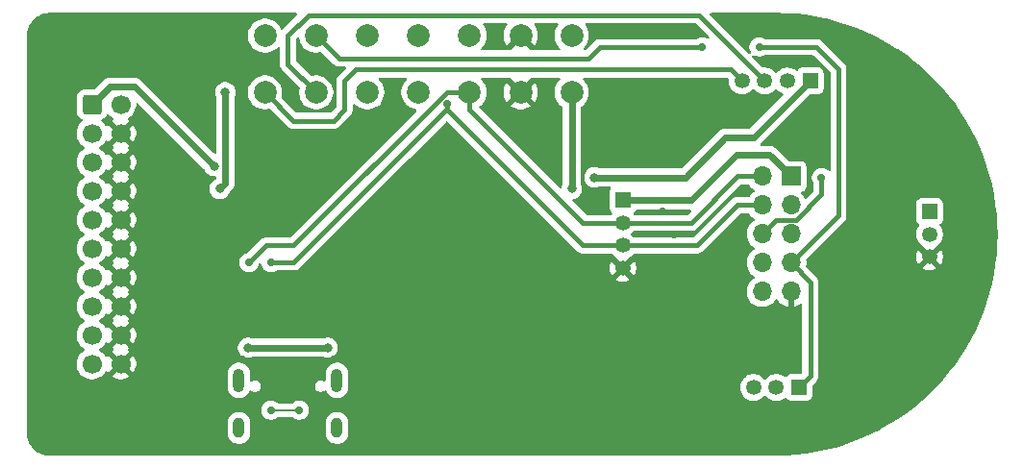
<source format=gbr>
%TF.GenerationSoftware,KiCad,Pcbnew,9.0.2-9.0.2-0~ubuntu24.04.1*%
%TF.CreationDate,2025-07-11T12:15:57+05:30*%
%TF.ProjectId,Programmer_rev01,50726f67-7261-46d6-9d65-725f72657630,rev?*%
%TF.SameCoordinates,Original*%
%TF.FileFunction,Copper,L2,Bot*%
%TF.FilePolarity,Positive*%
%FSLAX46Y46*%
G04 Gerber Fmt 4.6, Leading zero omitted, Abs format (unit mm)*
G04 Created by KiCad (PCBNEW 9.0.2-9.0.2-0~ubuntu24.04.1) date 2025-07-11 12:15:57*
%MOMM*%
%LPD*%
G01*
G04 APERTURE LIST*
G04 Aperture macros list*
%AMRoundRect*
0 Rectangle with rounded corners*
0 $1 Rounding radius*
0 $2 $3 $4 $5 $6 $7 $8 $9 X,Y pos of 4 corners*
0 Add a 4 corners polygon primitive as box body*
4,1,4,$2,$3,$4,$5,$6,$7,$8,$9,$2,$3,0*
0 Add four circle primitives for the rounded corners*
1,1,$1+$1,$2,$3*
1,1,$1+$1,$4,$5*
1,1,$1+$1,$6,$7*
1,1,$1+$1,$8,$9*
0 Add four rect primitives between the rounded corners*
20,1,$1+$1,$2,$3,$4,$5,0*
20,1,$1+$1,$4,$5,$6,$7,0*
20,1,$1+$1,$6,$7,$8,$9,0*
20,1,$1+$1,$8,$9,$2,$3,0*%
G04 Aperture macros list end*
%TA.AperFunction,ComponentPad*%
%ADD10C,2.000000*%
%TD*%
%TA.AperFunction,ComponentPad*%
%ADD11C,1.350000*%
%TD*%
%TA.AperFunction,ComponentPad*%
%ADD12R,1.350000X1.350000*%
%TD*%
%TA.AperFunction,HeatsinkPad*%
%ADD13O,1.000000X1.800000*%
%TD*%
%TA.AperFunction,HeatsinkPad*%
%ADD14O,1.000000X2.100000*%
%TD*%
%TA.AperFunction,ComponentPad*%
%ADD15R,1.700000X1.700000*%
%TD*%
%TA.AperFunction,ComponentPad*%
%ADD16O,1.700000X1.700000*%
%TD*%
%TA.AperFunction,ComponentPad*%
%ADD17RoundRect,0.250000X-0.600000X-0.600000X0.600000X-0.600000X0.600000X0.600000X-0.600000X0.600000X0*%
%TD*%
%TA.AperFunction,ComponentPad*%
%ADD18C,1.700000*%
%TD*%
%TA.AperFunction,ViaPad*%
%ADD19C,0.700000*%
%TD*%
%TA.AperFunction,ViaPad*%
%ADD20C,0.800000*%
%TD*%
%TA.AperFunction,Conductor*%
%ADD21C,0.200000*%
%TD*%
%TA.AperFunction,Conductor*%
%ADD22C,0.400000*%
%TD*%
%TA.AperFunction,Conductor*%
%ADD23C,0.600000*%
%TD*%
G04 APERTURE END LIST*
D10*
%TO.P,TP11,1,1*%
%TO.N,RESET*%
X74000000Y-82500000D03*
%TD*%
D11*
%TO.P,J4,3,Pin_3*%
%TO.N,SWDIO*%
X112500000Y-113500000D03*
%TO.P,J4,2,Pin_2*%
%TO.N,SWCLK*%
X114500000Y-113500000D03*
D12*
%TO.P,J4,1,Pin_1*%
%TO.N,RESET*%
X116500000Y-113500000D03*
%TD*%
D11*
%TO.P,J3,3,Pin_3*%
%TO.N,GND*%
X128000000Y-102000000D03*
%TO.P,J3,2,Pin_2*%
%TO.N,SDA*%
X128000000Y-100000000D03*
D12*
%TO.P,J3,1,Pin_1*%
%TO.N,SCL*%
X128000000Y-98000000D03*
%TD*%
D11*
%TO.P,J5,4,Pin_4*%
%TO.N,SB_LED*%
X111500000Y-86500000D03*
%TO.P,J5,3,Pin_3*%
%TO.N,BOOT_MODE*%
X113500000Y-86500000D03*
%TO.P,J5,2,Pin_2*%
%TO.N,SYS_WAKE*%
X115500000Y-86500000D03*
D12*
%TO.P,J5,1,Pin_1*%
%TO.N,+3.3VP*%
X117500000Y-86500000D03*
%TD*%
D11*
%TO.P,J2,4,Pin_4*%
%TO.N,GND*%
X101000000Y-103000000D03*
%TO.P,J2,3,Pin_3*%
%TO.N,TX*%
X101000000Y-101000000D03*
%TO.P,J2,2,Pin_2*%
%TO.N,RX*%
X101000000Y-99000000D03*
D12*
%TO.P,J2,1,Pin_1*%
%TO.N,+5V*%
X101000000Y-97000000D03*
%TD*%
D13*
%TO.P,J7,S1,SHIELD*%
%TO.N,unconnected-(J7-SHIELD-PadS1)_1*%
X75820000Y-117075000D03*
D14*
%TO.N,unconnected-(J7-SHIELD-PadS1)_3*%
X75820000Y-112875000D03*
D13*
%TO.N,unconnected-(J7-SHIELD-PadS1)_2*%
X67180000Y-117075000D03*
D14*
%TO.N,unconnected-(J7-SHIELD-PadS1)*%
X67180000Y-112875000D03*
%TD*%
D10*
%TO.P,TP14,1,1*%
%TO.N,+3.3V*%
X96500000Y-87500000D03*
%TD*%
%TO.P,TP13,1,1*%
%TO.N,SWDIO*%
X78500000Y-82500000D03*
%TD*%
%TO.P,TP12,1,1*%
%TO.N,SWCLK*%
X78500000Y-87500000D03*
%TD*%
%TO.P,TP10,1,1*%
%TO.N,GND*%
X92000000Y-82500000D03*
%TD*%
%TO.P,TP9,1,1*%
%TO.N,GND*%
X92000000Y-87500000D03*
%TD*%
%TO.P,TP8,1,1*%
%TO.N,+3.3V*%
X96500000Y-82500000D03*
%TD*%
%TO.P,TP7,1,1*%
%TO.N,SDA*%
X83000000Y-82500000D03*
%TD*%
%TO.P,TP6,1,1*%
%TO.N,SCL*%
X83000000Y-87500000D03*
%TD*%
%TO.P,TP5,1,1*%
%TO.N,TX*%
X87500000Y-82500000D03*
%TD*%
%TO.P,TP4,1,1*%
%TO.N,RX*%
X87500000Y-87500000D03*
%TD*%
%TO.P,TP3,1,1*%
%TO.N,SB_LED*%
X69500000Y-87500000D03*
%TD*%
%TO.P,TP2,1,1*%
%TO.N,BOOT_MODE*%
X74000000Y-87500000D03*
%TD*%
%TO.P,TP1,1,1*%
%TO.N,SYS_WAKE*%
X69500000Y-82500000D03*
%TD*%
D15*
%TO.P,J6,1,Pin_1*%
%TO.N,+5V*%
X115800000Y-94900000D03*
D16*
%TO.P,J6,2,Pin_2*%
%TO.N,RX*%
X113260000Y-94900000D03*
%TO.P,J6,3,Pin_3*%
%TO.N,SCL*%
X115800000Y-97440000D03*
%TO.P,J6,4,Pin_4*%
%TO.N,TX*%
X113260000Y-97440000D03*
%TO.P,J6,5,Pin_5*%
%TO.N,SDA*%
X115800000Y-99980000D03*
%TO.P,J6,6,Pin_6*%
%TO.N,SB_LED*%
X113260000Y-99980000D03*
%TO.P,J6,7,Pin_7*%
%TO.N,RESET*%
X115800000Y-102520000D03*
%TO.P,J6,8,Pin_8*%
%TO.N,SWDIO*%
X113260000Y-102520000D03*
%TO.P,J6,9,Pin_9*%
%TO.N,GND*%
X115800000Y-105060000D03*
%TO.P,J6,10,Pin_10*%
%TO.N,SWCLK*%
X113260000Y-105060000D03*
%TD*%
D17*
%TO.P,J1,1,Pin_1*%
%TO.N,+3.3VADC*%
X54247500Y-88570000D03*
D18*
%TO.P,J1,2,Pin_2*%
%TO.N,unconnected-(J1-Pin_2-Pad2)*%
X56787500Y-88570000D03*
%TO.P,J1,3,Pin_3*%
%TO.N,unconnected-(J1-Pin_3-Pad3)*%
X54247500Y-91110000D03*
%TO.P,J1,4,Pin_4*%
%TO.N,GND*%
X56787500Y-91110000D03*
%TO.P,J1,5,Pin_5*%
%TO.N,unconnected-(J1-Pin_5-Pad5)*%
X54247500Y-93650000D03*
%TO.P,J1,6,Pin_6*%
%TO.N,GND*%
X56787500Y-93650000D03*
%TO.P,J1,7,Pin_7*%
%TO.N,SWDIO*%
X54247500Y-96190000D03*
%TO.P,J1,8,Pin_8*%
%TO.N,GND*%
X56787500Y-96190000D03*
%TO.P,J1,9,Pin_9*%
%TO.N,SWCLK*%
X54247500Y-98730000D03*
%TO.P,J1,10,Pin_10*%
%TO.N,GND*%
X56787500Y-98730000D03*
%TO.P,J1,11,Pin_11*%
%TO.N,unconnected-(J1-Pin_11-Pad11)*%
X54247500Y-101270000D03*
%TO.P,J1,12,Pin_12*%
%TO.N,GND*%
X56787500Y-101270000D03*
%TO.P,J1,13,Pin_13*%
%TO.N,unconnected-(J1-Pin_13-Pad13)*%
X54247500Y-103810000D03*
%TO.P,J1,14,Pin_14*%
%TO.N,GND*%
X56787500Y-103810000D03*
%TO.P,J1,15,Pin_15*%
%TO.N,RESET*%
X54247500Y-106350000D03*
%TO.P,J1,16,Pin_16*%
%TO.N,GND*%
X56787500Y-106350000D03*
%TO.P,J1,17,Pin_17*%
%TO.N,unconnected-(J1-Pin_17-Pad17)*%
X54247500Y-108890000D03*
%TO.P,J1,18,Pin_18*%
%TO.N,GND*%
X56787500Y-108890000D03*
%TO.P,J1,19,Pin_19*%
%TO.N,unconnected-(J1-Pin_19-Pad19)*%
X54247500Y-111430000D03*
%TO.P,J1,20,Pin_20*%
%TO.N,GND*%
X56787500Y-111430000D03*
%TD*%
D19*
%TO.N,/D-*%
X72500000Y-115500000D03*
X70000000Y-115500000D03*
%TO.N,GND*%
X80000000Y-90500000D03*
X104500000Y-98000000D03*
X110000000Y-90000000D03*
X51500000Y-110000000D03*
X51500000Y-90000000D03*
X62500000Y-86500000D03*
X61500000Y-103000000D03*
X63000000Y-110500000D03*
X94000000Y-118000000D03*
X121000000Y-102000000D03*
X118000000Y-89500000D03*
X111500000Y-82000000D03*
X116500000Y-81500000D03*
X101000000Y-87500000D03*
X107500000Y-87500000D03*
X107000000Y-105000000D03*
X115500000Y-110000000D03*
X105500000Y-100000000D03*
X98000000Y-96500000D03*
%TO.N,SB_LED*%
X118500000Y-95000000D03*
%TO.N,GND*%
X100000000Y-109000000D03*
X96000000Y-104000000D03*
X91000000Y-97000000D03*
X93000000Y-99500000D03*
X84000000Y-106500000D03*
X91000000Y-103000000D03*
X109000000Y-103000000D03*
X115500000Y-92500000D03*
X101000000Y-82000000D03*
X99000000Y-93500000D03*
X94500000Y-93500000D03*
D20*
%TO.N,+3.3V*%
X96500000Y-96000000D03*
D19*
%TO.N,RESET*%
X113000000Y-83500000D03*
X108000000Y-83500000D03*
%TO.N,TX*%
X70000000Y-102500000D03*
%TO.N,RX*%
X68075000Y-102500000D03*
%TO.N,TX*%
X85530331Y-88530331D03*
D20*
%TO.N,+3.3VP*%
X98500000Y-95000000D03*
D19*
%TO.N,GND*%
X64500000Y-100000000D03*
X67000000Y-102000000D03*
X75500000Y-106500000D03*
X62500000Y-117500000D03*
X61500000Y-99000000D03*
X62500000Y-95500000D03*
X63500000Y-90500000D03*
X65000000Y-82500000D03*
X74000000Y-85000000D03*
X76500000Y-91000000D03*
X78500000Y-93000000D03*
X86000000Y-113500000D03*
X78000000Y-103500000D03*
X89500000Y-102500000D03*
X87000000Y-102500000D03*
X82000000Y-108500000D03*
X78000000Y-108500000D03*
X94000000Y-108500000D03*
X90000000Y-108500000D03*
X92000000Y-109000000D03*
X80000000Y-109000000D03*
X78000000Y-111500000D03*
X65000000Y-111500000D03*
X71500000Y-117500000D03*
X75500000Y-111000000D03*
X67500000Y-111000000D03*
X71000000Y-106500000D03*
D20*
%TO.N,+3.3VADC*%
X65000000Y-94000000D03*
%TO.N,+3.3V*%
X65500000Y-96000000D03*
X66000000Y-87500000D03*
%TO.N,VBUS*%
X75000000Y-110000000D03*
X68000000Y-110000000D03*
%TD*%
D21*
%TO.N,/D-*%
X70000000Y-115500000D02*
X72500000Y-115500000D01*
D22*
%TO.N,TX*%
X85530331Y-88969669D02*
X72000000Y-102500000D01*
X85530331Y-88530331D02*
X85530331Y-88969669D01*
X72000000Y-102500000D02*
X70000000Y-102500000D01*
X85530331Y-88530331D02*
X85530331Y-89030331D01*
X97500000Y-101000000D02*
X101000000Y-101000000D01*
X85530331Y-89030331D02*
X97500000Y-101000000D01*
D23*
%TO.N,+3.3VP*%
X98500000Y-95000000D02*
X106500000Y-95000000D01*
X106500000Y-95000000D02*
X110000000Y-91500000D01*
X110000000Y-91500000D02*
X112500000Y-91500000D01*
X112500000Y-91500000D02*
X117500000Y-86500000D01*
%TO.N,+5V*%
X101000000Y-97000000D02*
X107000000Y-97000000D01*
X107000000Y-97000000D02*
X111000000Y-93000000D01*
X111000000Y-93000000D02*
X113900000Y-93000000D01*
X113900000Y-93000000D02*
X115800000Y-94900000D01*
D22*
%TO.N,SB_LED*%
X114511000Y-98729000D02*
X113260000Y-99980000D01*
X118500000Y-95000000D02*
X118500000Y-96509182D01*
X118500000Y-96509182D02*
X116280182Y-98729000D01*
X116280182Y-98729000D02*
X114511000Y-98729000D01*
D23*
%TO.N,+3.3V*%
X96500000Y-87500000D02*
X96500000Y-96000000D01*
D22*
%TO.N,RX*%
X101000000Y-99000000D02*
X97500000Y-99000000D01*
X97500000Y-99000000D02*
X87500000Y-89000000D01*
X87500000Y-89000000D02*
X87500000Y-87500000D01*
%TO.N,RESET*%
X113000000Y-83500000D02*
X118000000Y-83500000D01*
X118000000Y-83500000D02*
X120000000Y-85500000D01*
X120000000Y-85500000D02*
X120000000Y-98320000D01*
X120000000Y-98320000D02*
X115800000Y-102520000D01*
X74000000Y-82500000D02*
X76000000Y-84500000D01*
X76000000Y-84500000D02*
X98000000Y-84500000D01*
X98000000Y-84500000D02*
X99000000Y-83500000D01*
X99000000Y-83500000D02*
X108000000Y-83500000D01*
%TO.N,SB_LED*%
X111500000Y-86500000D02*
X110500000Y-85500000D01*
X110500000Y-85500000D02*
X77500000Y-85500000D01*
X76500000Y-86500000D02*
X76500000Y-89000000D01*
X77500000Y-85500000D02*
X76500000Y-86500000D01*
X76500000Y-89000000D02*
X75500000Y-90000000D01*
X72000000Y-90000000D02*
X69500000Y-87500000D01*
X75500000Y-90000000D02*
X72000000Y-90000000D01*
%TO.N,RX*%
X87500000Y-87500000D02*
X85500000Y-87500000D01*
X85500000Y-87500000D02*
X72000000Y-101000000D01*
X72000000Y-101000000D02*
X69575000Y-101000000D01*
X69575000Y-101000000D02*
X68075000Y-102500000D01*
X111100000Y-94900000D02*
X107000000Y-99000000D01*
X113260000Y-94900000D02*
X111100000Y-94900000D01*
X107000000Y-99000000D02*
X101000000Y-99000000D01*
%TO.N,TX*%
X113260000Y-97440000D02*
X111060000Y-97440000D01*
X111060000Y-97440000D02*
X107500000Y-101000000D01*
X107500000Y-101000000D02*
X101000000Y-101000000D01*
D23*
%TO.N,+3.3VADC*%
X65000000Y-94000000D02*
X58000000Y-87000000D01*
X58000000Y-87000000D02*
X55817500Y-87000000D01*
X55817500Y-87000000D02*
X54247500Y-88570000D01*
%TO.N,+3.3V*%
X66000000Y-87500000D02*
X66000000Y-95500000D01*
X66000000Y-95500000D02*
X65500000Y-96000000D01*
%TO.N,VBUS*%
X68000000Y-110000000D02*
X75000000Y-110000000D01*
D22*
%TO.N,BOOT_MODE*%
X74000000Y-87500000D02*
X71500000Y-85000000D01*
X71500000Y-85000000D02*
X71500000Y-82500000D01*
X71500000Y-82500000D02*
X73299000Y-80701000D01*
X73299000Y-80701000D02*
X107701000Y-80701000D01*
X107701000Y-80701000D02*
X113500000Y-86500000D01*
%TO.N,RESET*%
X115800000Y-102520000D02*
X117500000Y-104220000D01*
X117500000Y-104220000D02*
X117500000Y-112500000D01*
X117500000Y-112500000D02*
X116500000Y-113500000D01*
%TD*%
%TA.AperFunction,Conductor*%
%TO.N,GND*%
G36*
X56321575Y-109082993D02*
G01*
X56387401Y-109197007D01*
X56480493Y-109290099D01*
X56594507Y-109355925D01*
X56658091Y-109372962D01*
X56057471Y-109973581D01*
X56136211Y-110090895D01*
X56137420Y-110094729D01*
X56140344Y-110097491D01*
X56147843Y-110127778D01*
X56157227Y-110157529D01*
X56156171Y-110161408D01*
X56157138Y-110165312D01*
X56147073Y-110194844D01*
X56138883Y-110224947D01*
X56135897Y-110227640D01*
X56134600Y-110231447D01*
X56089551Y-110270483D01*
X56079940Y-110275380D01*
X56025782Y-110314727D01*
X56025782Y-110314728D01*
X56658091Y-110947037D01*
X56594507Y-110964075D01*
X56480493Y-111029901D01*
X56387401Y-111122993D01*
X56321575Y-111237007D01*
X56304537Y-111300591D01*
X55672228Y-110668282D01*
X55672227Y-110668282D01*
X55632880Y-110722440D01*
X55632876Y-110722446D01*
X55628260Y-110731505D01*
X55580281Y-110782297D01*
X55512459Y-110799087D01*
X55446326Y-110776543D01*
X55407294Y-110731493D01*
X55402551Y-110722184D01*
X55402549Y-110722181D01*
X55402548Y-110722179D01*
X55277609Y-110550213D01*
X55127286Y-110399890D01*
X54955320Y-110274951D01*
X54954615Y-110274591D01*
X54946554Y-110270485D01*
X54895759Y-110222512D01*
X54878963Y-110154692D01*
X54901499Y-110088556D01*
X54946554Y-110049515D01*
X54955316Y-110045051D01*
X55010070Y-110005270D01*
X55127286Y-109920109D01*
X55127288Y-109920106D01*
X55127292Y-109920104D01*
X55277604Y-109769792D01*
X55277606Y-109769788D01*
X55277609Y-109769786D01*
X55363390Y-109651717D01*
X55402551Y-109597816D01*
X55407293Y-109588508D01*
X55455263Y-109537711D01*
X55523083Y-109520911D01*
X55589219Y-109543445D01*
X55628263Y-109588500D01*
X55632873Y-109597547D01*
X55672228Y-109651716D01*
X56304537Y-109019408D01*
X56321575Y-109082993D01*
G37*
%TD.AperFunction*%
%TA.AperFunction,Conductor*%
G36*
X56321575Y-106542993D02*
G01*
X56387401Y-106657007D01*
X56480493Y-106750099D01*
X56594507Y-106815925D01*
X56658091Y-106832962D01*
X56057471Y-107433581D01*
X56136211Y-107550895D01*
X56137420Y-107554729D01*
X56140344Y-107557491D01*
X56147843Y-107587778D01*
X56157227Y-107617529D01*
X56156171Y-107621408D01*
X56157138Y-107625312D01*
X56147073Y-107654844D01*
X56138883Y-107684947D01*
X56135897Y-107687640D01*
X56134600Y-107691447D01*
X56089551Y-107730483D01*
X56079940Y-107735380D01*
X56025782Y-107774727D01*
X56025782Y-107774728D01*
X56658091Y-108407037D01*
X56594507Y-108424075D01*
X56480493Y-108489901D01*
X56387401Y-108582993D01*
X56321575Y-108697007D01*
X56304537Y-108760591D01*
X55672228Y-108128282D01*
X55672227Y-108128282D01*
X55632880Y-108182440D01*
X55632876Y-108182446D01*
X55628260Y-108191505D01*
X55580281Y-108242297D01*
X55512459Y-108259087D01*
X55446326Y-108236543D01*
X55407294Y-108191493D01*
X55402551Y-108182184D01*
X55402549Y-108182181D01*
X55402548Y-108182179D01*
X55277609Y-108010213D01*
X55127286Y-107859890D01*
X54955320Y-107734951D01*
X54954615Y-107734591D01*
X54946554Y-107730485D01*
X54895759Y-107682512D01*
X54878963Y-107614692D01*
X54901499Y-107548556D01*
X54946554Y-107509515D01*
X54955316Y-107505051D01*
X55053687Y-107433581D01*
X55127286Y-107380109D01*
X55127288Y-107380106D01*
X55127292Y-107380104D01*
X55277604Y-107229792D01*
X55277606Y-107229788D01*
X55277609Y-107229786D01*
X55363390Y-107111717D01*
X55402551Y-107057816D01*
X55407293Y-107048508D01*
X55455263Y-106997711D01*
X55523083Y-106980911D01*
X55589219Y-107003445D01*
X55628263Y-107048500D01*
X55632873Y-107057547D01*
X55672228Y-107111716D01*
X56304537Y-106479408D01*
X56321575Y-106542993D01*
G37*
%TD.AperFunction*%
%TA.AperFunction,Conductor*%
G36*
X56321575Y-104002993D02*
G01*
X56387401Y-104117007D01*
X56480493Y-104210099D01*
X56594507Y-104275925D01*
X56658091Y-104292962D01*
X56057471Y-104893581D01*
X56136211Y-105010895D01*
X56137420Y-105014729D01*
X56140344Y-105017491D01*
X56147843Y-105047778D01*
X56157227Y-105077529D01*
X56156171Y-105081408D01*
X56157138Y-105085312D01*
X56147073Y-105114844D01*
X56138883Y-105144947D01*
X56135897Y-105147640D01*
X56134600Y-105151447D01*
X56089551Y-105190483D01*
X56079940Y-105195380D01*
X56025782Y-105234727D01*
X56025782Y-105234728D01*
X56658091Y-105867037D01*
X56594507Y-105884075D01*
X56480493Y-105949901D01*
X56387401Y-106042993D01*
X56321575Y-106157007D01*
X56304537Y-106220591D01*
X55672228Y-105588282D01*
X55672227Y-105588282D01*
X55632880Y-105642440D01*
X55632876Y-105642446D01*
X55628260Y-105651505D01*
X55580281Y-105702297D01*
X55512459Y-105719087D01*
X55446326Y-105696543D01*
X55407294Y-105651493D01*
X55402551Y-105642184D01*
X55402549Y-105642181D01*
X55402548Y-105642179D01*
X55277609Y-105470213D01*
X55127286Y-105319890D01*
X54955320Y-105194951D01*
X54954615Y-105194591D01*
X54946554Y-105190485D01*
X54895759Y-105142512D01*
X54878963Y-105074692D01*
X54901499Y-105008556D01*
X54946554Y-104969515D01*
X54955316Y-104965051D01*
X55053687Y-104893581D01*
X55127286Y-104840109D01*
X55127288Y-104840106D01*
X55127292Y-104840104D01*
X55277604Y-104689792D01*
X55277606Y-104689788D01*
X55277609Y-104689786D01*
X55363390Y-104571717D01*
X55402551Y-104517816D01*
X55407293Y-104508508D01*
X55455263Y-104457711D01*
X55523083Y-104440911D01*
X55589219Y-104463445D01*
X55628263Y-104508500D01*
X55632873Y-104517547D01*
X55672228Y-104571716D01*
X56304537Y-103939408D01*
X56321575Y-104002993D01*
G37*
%TD.AperFunction*%
%TA.AperFunction,Conductor*%
G36*
X56321575Y-101462993D02*
G01*
X56387401Y-101577007D01*
X56480493Y-101670099D01*
X56594507Y-101735925D01*
X56658091Y-101752962D01*
X56057471Y-102353581D01*
X56136211Y-102470895D01*
X56137420Y-102474729D01*
X56140344Y-102477491D01*
X56147843Y-102507778D01*
X56157227Y-102537529D01*
X56156171Y-102541408D01*
X56157138Y-102545312D01*
X56147073Y-102574844D01*
X56138883Y-102604947D01*
X56135897Y-102607640D01*
X56134600Y-102611447D01*
X56089551Y-102650483D01*
X56079940Y-102655380D01*
X56025782Y-102694727D01*
X56025782Y-102694728D01*
X56658091Y-103327037D01*
X56594507Y-103344075D01*
X56480493Y-103409901D01*
X56387401Y-103502993D01*
X56321575Y-103617007D01*
X56304537Y-103680591D01*
X55672228Y-103048282D01*
X55672227Y-103048282D01*
X55632880Y-103102440D01*
X55632876Y-103102446D01*
X55628260Y-103111505D01*
X55580281Y-103162297D01*
X55512459Y-103179087D01*
X55446326Y-103156543D01*
X55407294Y-103111493D01*
X55402551Y-103102184D01*
X55402549Y-103102181D01*
X55402548Y-103102179D01*
X55277609Y-102930213D01*
X55127286Y-102779890D01*
X54955320Y-102654951D01*
X54954615Y-102654591D01*
X54946554Y-102650485D01*
X54895759Y-102602512D01*
X54878963Y-102534692D01*
X54901499Y-102468556D01*
X54946554Y-102429515D01*
X54955316Y-102425051D01*
X55010070Y-102385270D01*
X55127286Y-102300109D01*
X55127288Y-102300106D01*
X55127292Y-102300104D01*
X55277604Y-102149792D01*
X55277606Y-102149788D01*
X55277609Y-102149786D01*
X55363390Y-102031717D01*
X55402551Y-101977816D01*
X55407293Y-101968508D01*
X55455263Y-101917711D01*
X55523083Y-101900911D01*
X55589219Y-101923445D01*
X55628263Y-101968500D01*
X55632873Y-101977547D01*
X55672228Y-102031716D01*
X56304537Y-101399408D01*
X56321575Y-101462993D01*
G37*
%TD.AperFunction*%
%TA.AperFunction,Conductor*%
G36*
X56321575Y-98922993D02*
G01*
X56387401Y-99037007D01*
X56480493Y-99130099D01*
X56594507Y-99195925D01*
X56658091Y-99212962D01*
X56057471Y-99813581D01*
X56136211Y-99930895D01*
X56137420Y-99934729D01*
X56140344Y-99937491D01*
X56147843Y-99967778D01*
X56157227Y-99997529D01*
X56156171Y-100001408D01*
X56157138Y-100005312D01*
X56147073Y-100034844D01*
X56138883Y-100064947D01*
X56135897Y-100067640D01*
X56134600Y-100071447D01*
X56089551Y-100110483D01*
X56079940Y-100115380D01*
X56025782Y-100154727D01*
X56025782Y-100154728D01*
X56658091Y-100787037D01*
X56594507Y-100804075D01*
X56480493Y-100869901D01*
X56387401Y-100962993D01*
X56321575Y-101077007D01*
X56304537Y-101140591D01*
X55672228Y-100508282D01*
X55672227Y-100508282D01*
X55632880Y-100562440D01*
X55632876Y-100562446D01*
X55628260Y-100571505D01*
X55580281Y-100622297D01*
X55512459Y-100639087D01*
X55446326Y-100616543D01*
X55407294Y-100571493D01*
X55402551Y-100562184D01*
X55402549Y-100562181D01*
X55402548Y-100562179D01*
X55277609Y-100390213D01*
X55127286Y-100239890D01*
X54955320Y-100114951D01*
X54954615Y-100114591D01*
X54946554Y-100110485D01*
X54895759Y-100062512D01*
X54878963Y-99994692D01*
X54901499Y-99928556D01*
X54946554Y-99889515D01*
X54955316Y-99885051D01*
X55053687Y-99813581D01*
X55127286Y-99760109D01*
X55127288Y-99760106D01*
X55127292Y-99760104D01*
X55277604Y-99609792D01*
X55277606Y-99609788D01*
X55277609Y-99609786D01*
X55363390Y-99491717D01*
X55402551Y-99437816D01*
X55407293Y-99428508D01*
X55455263Y-99377711D01*
X55523083Y-99360911D01*
X55589219Y-99383445D01*
X55628263Y-99428500D01*
X55632873Y-99437547D01*
X55672228Y-99491716D01*
X56304537Y-98859408D01*
X56321575Y-98922993D01*
G37*
%TD.AperFunction*%
%TA.AperFunction,Conductor*%
G36*
X56321575Y-96382993D02*
G01*
X56387401Y-96497007D01*
X56480493Y-96590099D01*
X56594507Y-96655925D01*
X56658091Y-96672962D01*
X56057471Y-97273581D01*
X56136211Y-97390895D01*
X56137420Y-97394729D01*
X56140344Y-97397491D01*
X56147843Y-97427778D01*
X56157227Y-97457529D01*
X56156171Y-97461408D01*
X56157138Y-97465312D01*
X56147073Y-97494844D01*
X56138883Y-97524947D01*
X56135897Y-97527640D01*
X56134600Y-97531447D01*
X56089551Y-97570483D01*
X56079940Y-97575380D01*
X56025782Y-97614727D01*
X56025782Y-97614728D01*
X56658091Y-98247037D01*
X56594507Y-98264075D01*
X56480493Y-98329901D01*
X56387401Y-98422993D01*
X56321575Y-98537007D01*
X56304537Y-98600591D01*
X55672228Y-97968282D01*
X55672227Y-97968282D01*
X55632880Y-98022440D01*
X55632876Y-98022446D01*
X55628260Y-98031505D01*
X55580281Y-98082297D01*
X55512459Y-98099087D01*
X55446326Y-98076543D01*
X55407294Y-98031493D01*
X55402551Y-98022184D01*
X55402549Y-98022181D01*
X55402548Y-98022179D01*
X55277609Y-97850213D01*
X55127286Y-97699890D01*
X54955320Y-97574951D01*
X54954615Y-97574591D01*
X54946554Y-97570485D01*
X54895759Y-97522512D01*
X54878963Y-97454692D01*
X54901499Y-97388556D01*
X54946554Y-97349515D01*
X54955316Y-97345051D01*
X55048795Y-97277135D01*
X55127286Y-97220109D01*
X55127288Y-97220106D01*
X55127292Y-97220104D01*
X55277604Y-97069792D01*
X55277606Y-97069788D01*
X55277609Y-97069786D01*
X55363390Y-96951717D01*
X55402551Y-96897816D01*
X55407293Y-96888508D01*
X55455263Y-96837711D01*
X55523083Y-96820911D01*
X55589219Y-96843445D01*
X55628263Y-96888500D01*
X55632873Y-96897547D01*
X55672228Y-96951716D01*
X56304537Y-96319408D01*
X56321575Y-96382993D01*
G37*
%TD.AperFunction*%
%TA.AperFunction,Conductor*%
G36*
X56321575Y-93842993D02*
G01*
X56387401Y-93957007D01*
X56480493Y-94050099D01*
X56594507Y-94115925D01*
X56658091Y-94132962D01*
X56057471Y-94733581D01*
X56136211Y-94850895D01*
X56137420Y-94854729D01*
X56140344Y-94857491D01*
X56147843Y-94887778D01*
X56157227Y-94917529D01*
X56156171Y-94921408D01*
X56157138Y-94925312D01*
X56147073Y-94954844D01*
X56138883Y-94984947D01*
X56135897Y-94987640D01*
X56134600Y-94991447D01*
X56089551Y-95030483D01*
X56079940Y-95035380D01*
X56025782Y-95074727D01*
X56025782Y-95074728D01*
X56658091Y-95707037D01*
X56594507Y-95724075D01*
X56480493Y-95789901D01*
X56387401Y-95882993D01*
X56321575Y-95997007D01*
X56304537Y-96060591D01*
X55672228Y-95428282D01*
X55672227Y-95428282D01*
X55632880Y-95482440D01*
X55632876Y-95482446D01*
X55628260Y-95491505D01*
X55580281Y-95542297D01*
X55512459Y-95559087D01*
X55446326Y-95536543D01*
X55407294Y-95491493D01*
X55402551Y-95482184D01*
X55402549Y-95482181D01*
X55402548Y-95482179D01*
X55277609Y-95310213D01*
X55127286Y-95159890D01*
X54955320Y-95034951D01*
X54954615Y-95034591D01*
X54946554Y-95030485D01*
X54895759Y-94982512D01*
X54878963Y-94914692D01*
X54901499Y-94848556D01*
X54946554Y-94809515D01*
X54955316Y-94805051D01*
X55028449Y-94751917D01*
X55127286Y-94680109D01*
X55127288Y-94680106D01*
X55127292Y-94680104D01*
X55277604Y-94529792D01*
X55277606Y-94529788D01*
X55277609Y-94529786D01*
X55352615Y-94426547D01*
X55402551Y-94357816D01*
X55407293Y-94348508D01*
X55455263Y-94297711D01*
X55523083Y-94280911D01*
X55589219Y-94303445D01*
X55628263Y-94348500D01*
X55632873Y-94357547D01*
X55672228Y-94411716D01*
X56304537Y-93779408D01*
X56321575Y-93842993D01*
G37*
%TD.AperFunction*%
%TA.AperFunction,Conductor*%
G36*
X56321575Y-91302993D02*
G01*
X56387401Y-91417007D01*
X56480493Y-91510099D01*
X56594507Y-91575925D01*
X56658091Y-91592962D01*
X56057471Y-92193581D01*
X56136211Y-92310895D01*
X56137420Y-92314729D01*
X56140344Y-92317491D01*
X56147843Y-92347778D01*
X56157227Y-92377529D01*
X56156171Y-92381408D01*
X56157138Y-92385312D01*
X56147073Y-92414844D01*
X56138883Y-92444947D01*
X56135897Y-92447640D01*
X56134600Y-92451447D01*
X56089551Y-92490483D01*
X56079940Y-92495380D01*
X56025782Y-92534727D01*
X56025782Y-92534728D01*
X56658091Y-93167037D01*
X56594507Y-93184075D01*
X56480493Y-93249901D01*
X56387401Y-93342993D01*
X56321575Y-93457007D01*
X56304537Y-93520591D01*
X55672228Y-92888282D01*
X55672227Y-92888282D01*
X55632880Y-92942440D01*
X55632876Y-92942446D01*
X55628260Y-92951505D01*
X55580281Y-93002297D01*
X55512459Y-93019087D01*
X55446326Y-92996543D01*
X55407294Y-92951493D01*
X55402551Y-92942184D01*
X55402549Y-92942181D01*
X55402548Y-92942179D01*
X55277609Y-92770213D01*
X55127286Y-92619890D01*
X54955320Y-92494951D01*
X54954615Y-92494591D01*
X54946554Y-92490485D01*
X54895759Y-92442512D01*
X54878963Y-92374692D01*
X54901499Y-92308556D01*
X54946554Y-92269515D01*
X54955316Y-92265051D01*
X55053687Y-92193581D01*
X55127286Y-92140109D01*
X55127288Y-92140106D01*
X55127292Y-92140104D01*
X55277604Y-91989792D01*
X55277606Y-91989788D01*
X55277609Y-91989786D01*
X55363390Y-91871717D01*
X55402551Y-91817816D01*
X55407293Y-91808508D01*
X55455263Y-91757711D01*
X55523083Y-91740911D01*
X55589219Y-91763445D01*
X55628263Y-91808500D01*
X55632873Y-91817547D01*
X55672228Y-91871716D01*
X56304537Y-91239408D01*
X56321575Y-91302993D01*
G37*
%TD.AperFunction*%
%TA.AperFunction,Conductor*%
G36*
X55708874Y-89406821D02*
G01*
X55753834Y-89444891D01*
X55757390Y-89449785D01*
X55757394Y-89449790D01*
X55907713Y-89600109D01*
X56079679Y-89725048D01*
X56079681Y-89725049D01*
X56079684Y-89725051D01*
X56088993Y-89729794D01*
X56139790Y-89777766D01*
X56156587Y-89845587D01*
X56134052Y-89911722D01*
X56089005Y-89950760D01*
X56079946Y-89955376D01*
X56079940Y-89955380D01*
X56025782Y-89994727D01*
X56025782Y-89994728D01*
X56658091Y-90627037D01*
X56594507Y-90644075D01*
X56480493Y-90709901D01*
X56387401Y-90802993D01*
X56321575Y-90917007D01*
X56304537Y-90980591D01*
X55672228Y-90348282D01*
X55672227Y-90348282D01*
X55632880Y-90402440D01*
X55632876Y-90402446D01*
X55628260Y-90411505D01*
X55580281Y-90462297D01*
X55512459Y-90479087D01*
X55446326Y-90456543D01*
X55407294Y-90411493D01*
X55402551Y-90402184D01*
X55402549Y-90402181D01*
X55402548Y-90402179D01*
X55277609Y-90230213D01*
X55127290Y-90079894D01*
X55127285Y-90079890D01*
X55122391Y-90076334D01*
X55079727Y-90021003D01*
X55073749Y-89951390D01*
X55106357Y-89889595D01*
X55156274Y-89858312D01*
X55166834Y-89854814D01*
X55316156Y-89762712D01*
X55440212Y-89638656D01*
X55532314Y-89489334D01*
X55535812Y-89478775D01*
X55575582Y-89421332D01*
X55640098Y-89394507D01*
X55708874Y-89406821D01*
G37*
%TD.AperFunction*%
%TA.AperFunction,Conductor*%
G36*
X72276520Y-80520185D02*
G01*
X72322275Y-80572989D01*
X72332219Y-80642147D01*
X72303194Y-80705703D01*
X72297162Y-80712181D01*
X71076992Y-81932350D01*
X71015669Y-81965835D01*
X70945977Y-81960851D01*
X70890044Y-81918979D01*
X70878828Y-81900968D01*
X70783343Y-81713567D01*
X70644517Y-81522490D01*
X70477510Y-81355483D01*
X70286433Y-81216657D01*
X70260034Y-81203206D01*
X70075996Y-81109433D01*
X69851368Y-81036446D01*
X69618097Y-80999500D01*
X69618092Y-80999500D01*
X69381908Y-80999500D01*
X69381903Y-80999500D01*
X69148631Y-81036446D01*
X68924003Y-81109433D01*
X68713566Y-81216657D01*
X68630965Y-81276671D01*
X68522490Y-81355483D01*
X68522488Y-81355485D01*
X68522487Y-81355485D01*
X68355485Y-81522487D01*
X68355485Y-81522488D01*
X68355483Y-81522490D01*
X68300341Y-81598386D01*
X68216657Y-81713566D01*
X68109433Y-81924003D01*
X68036446Y-82148631D01*
X67999500Y-82381902D01*
X67999500Y-82618097D01*
X68036446Y-82851368D01*
X68109433Y-83075996D01*
X68203534Y-83260678D01*
X68216657Y-83286433D01*
X68355483Y-83477510D01*
X68522490Y-83644517D01*
X68713567Y-83783343D01*
X68812991Y-83834002D01*
X68924003Y-83890566D01*
X68924005Y-83890566D01*
X68924008Y-83890568D01*
X69012153Y-83919208D01*
X69148631Y-83963553D01*
X69381903Y-84000500D01*
X69381908Y-84000500D01*
X69618097Y-84000500D01*
X69851368Y-83963553D01*
X69876971Y-83955234D01*
X70075992Y-83890568D01*
X70286433Y-83783343D01*
X70477510Y-83644517D01*
X70587819Y-83534208D01*
X70649142Y-83500723D01*
X70718834Y-83505707D01*
X70774767Y-83547579D01*
X70799184Y-83613043D01*
X70799500Y-83621889D01*
X70799500Y-85068994D01*
X70826418Y-85204322D01*
X70826421Y-85204332D01*
X70879222Y-85331807D01*
X70955887Y-85446545D01*
X70955888Y-85446546D01*
X72512518Y-87003175D01*
X72546003Y-87064498D01*
X72542769Y-87129170D01*
X72536447Y-87148627D01*
X72536447Y-87148628D01*
X72499500Y-87381902D01*
X72499500Y-87618097D01*
X72536446Y-87851368D01*
X72609433Y-88075996D01*
X72687227Y-88228674D01*
X72716657Y-88286433D01*
X72855483Y-88477510D01*
X73022490Y-88644517D01*
X73213567Y-88783343D01*
X73276814Y-88815569D01*
X73424003Y-88890566D01*
X73424005Y-88890566D01*
X73424008Y-88890568D01*
X73544412Y-88929689D01*
X73648631Y-88963553D01*
X73881903Y-89000500D01*
X73881908Y-89000500D01*
X74118097Y-89000500D01*
X74351368Y-88963553D01*
X74376971Y-88955234D01*
X74575992Y-88890568D01*
X74786433Y-88783343D01*
X74977510Y-88644517D01*
X75144517Y-88477510D01*
X75283343Y-88286433D01*
X75390568Y-88075992D01*
X75463553Y-87851368D01*
X75470579Y-87807007D01*
X75500500Y-87618097D01*
X75500500Y-87381902D01*
X75463553Y-87148631D01*
X75400926Y-86955886D01*
X75390568Y-86924008D01*
X75390566Y-86924005D01*
X75390566Y-86924003D01*
X75314779Y-86775264D01*
X75283343Y-86713567D01*
X75144517Y-86522490D01*
X74977510Y-86355483D01*
X74786433Y-86216657D01*
X74785483Y-86216173D01*
X74575996Y-86109433D01*
X74351368Y-86036446D01*
X74118097Y-85999500D01*
X74118092Y-85999500D01*
X73881908Y-85999500D01*
X73881903Y-85999500D01*
X73648628Y-86036447D01*
X73648627Y-86036447D01*
X73629170Y-86042769D01*
X73559329Y-86044762D01*
X73503175Y-86012518D01*
X72236819Y-84746162D01*
X72203334Y-84684839D01*
X72200500Y-84658481D01*
X72200500Y-82841519D01*
X72209143Y-82812082D01*
X72215667Y-82782093D01*
X72219422Y-82777075D01*
X72220185Y-82774480D01*
X72236813Y-82753843D01*
X72310063Y-82680593D01*
X72371382Y-82647111D01*
X72441074Y-82652095D01*
X72497008Y-82693966D01*
X72520214Y-82748879D01*
X72536446Y-82851368D01*
X72609433Y-83075996D01*
X72703534Y-83260678D01*
X72716657Y-83286433D01*
X72855483Y-83477510D01*
X73022490Y-83644517D01*
X73213567Y-83783343D01*
X73312991Y-83834002D01*
X73424003Y-83890566D01*
X73424005Y-83890566D01*
X73424008Y-83890568D01*
X73512153Y-83919208D01*
X73648631Y-83963553D01*
X73881903Y-84000500D01*
X73881908Y-84000500D01*
X74118097Y-84000500D01*
X74292533Y-83972871D01*
X74351368Y-83963553D01*
X74370824Y-83957230D01*
X74440661Y-83955234D01*
X74496823Y-83987480D01*
X75553451Y-85044109D01*
X75553454Y-85044112D01*
X75590693Y-85068994D01*
X75668192Y-85120777D01*
X75782640Y-85168182D01*
X75795672Y-85173580D01*
X75795676Y-85173580D01*
X75795677Y-85173581D01*
X75931004Y-85200500D01*
X75931007Y-85200500D01*
X76509481Y-85200500D01*
X76576520Y-85220185D01*
X76622275Y-85272989D01*
X76632219Y-85342147D01*
X76603194Y-85405703D01*
X76597162Y-85412181D01*
X75955888Y-86053453D01*
X75955887Y-86053454D01*
X75879222Y-86168192D01*
X75826421Y-86295667D01*
X75826418Y-86295679D01*
X75804179Y-86407484D01*
X75804179Y-86407488D01*
X75799500Y-86431007D01*
X75799500Y-88658481D01*
X75779815Y-88725520D01*
X75763181Y-88746162D01*
X75246162Y-89263181D01*
X75184839Y-89296666D01*
X75158481Y-89299500D01*
X72341519Y-89299500D01*
X72274480Y-89279815D01*
X72253838Y-89263181D01*
X70987480Y-87996823D01*
X70953995Y-87935500D01*
X70957230Y-87870825D01*
X70963553Y-87851368D01*
X70977603Y-87762658D01*
X71000500Y-87618097D01*
X71000500Y-87381902D01*
X70963553Y-87148631D01*
X70900926Y-86955886D01*
X70890568Y-86924008D01*
X70890566Y-86924005D01*
X70890566Y-86924003D01*
X70814779Y-86775264D01*
X70783343Y-86713567D01*
X70644517Y-86522490D01*
X70477510Y-86355483D01*
X70286433Y-86216657D01*
X70285483Y-86216173D01*
X70075996Y-86109433D01*
X69851368Y-86036446D01*
X69618097Y-85999500D01*
X69618092Y-85999500D01*
X69381908Y-85999500D01*
X69381903Y-85999500D01*
X69148631Y-86036446D01*
X68924003Y-86109433D01*
X68713566Y-86216657D01*
X68681157Y-86240204D01*
X68522490Y-86355483D01*
X68522488Y-86355485D01*
X68522487Y-86355485D01*
X68355485Y-86522487D01*
X68355485Y-86522488D01*
X68355483Y-86522490D01*
X68299532Y-86599500D01*
X68216657Y-86713566D01*
X68109433Y-86924003D01*
X68036446Y-87148631D01*
X67999500Y-87381902D01*
X67999500Y-87618097D01*
X68036446Y-87851368D01*
X68109433Y-88075996D01*
X68187227Y-88228674D01*
X68216657Y-88286433D01*
X68355483Y-88477510D01*
X68522490Y-88644517D01*
X68713567Y-88783343D01*
X68776814Y-88815569D01*
X68924003Y-88890566D01*
X68924005Y-88890566D01*
X68924008Y-88890568D01*
X69044412Y-88929689D01*
X69148631Y-88963553D01*
X69381903Y-89000500D01*
X69381908Y-89000500D01*
X69618097Y-89000500D01*
X69792533Y-88972871D01*
X69851368Y-88963553D01*
X69870824Y-88957230D01*
X69940661Y-88955234D01*
X69996823Y-88987480D01*
X71553453Y-90544111D01*
X71553454Y-90544112D01*
X71668192Y-90620777D01*
X71795667Y-90673578D01*
X71795672Y-90673580D01*
X71795676Y-90673580D01*
X71795677Y-90673581D01*
X71931003Y-90700500D01*
X71931006Y-90700500D01*
X75568996Y-90700500D01*
X75660040Y-90682389D01*
X75704328Y-90673580D01*
X75775560Y-90644075D01*
X75831807Y-90620777D01*
X75831808Y-90620776D01*
X75831811Y-90620775D01*
X75946543Y-90544114D01*
X77044114Y-89446543D01*
X77120775Y-89331811D01*
X77135333Y-89296666D01*
X77167081Y-89220018D01*
X77173580Y-89204328D01*
X77196637Y-89088414D01*
X77200500Y-89068996D01*
X77200500Y-88621889D01*
X77220185Y-88554850D01*
X77272989Y-88509095D01*
X77342147Y-88499151D01*
X77405703Y-88528176D01*
X77412181Y-88534208D01*
X77522490Y-88644517D01*
X77713567Y-88783343D01*
X77776814Y-88815569D01*
X77924003Y-88890566D01*
X77924005Y-88890566D01*
X77924008Y-88890568D01*
X78044412Y-88929689D01*
X78148631Y-88963553D01*
X78381903Y-89000500D01*
X78381908Y-89000500D01*
X78618097Y-89000500D01*
X78851368Y-88963553D01*
X78876971Y-88955234D01*
X79075992Y-88890568D01*
X79286433Y-88783343D01*
X79477510Y-88644517D01*
X79644517Y-88477510D01*
X79783343Y-88286433D01*
X79890568Y-88075992D01*
X79963553Y-87851368D01*
X79970579Y-87807007D01*
X80000500Y-87618097D01*
X80000500Y-87381902D01*
X79963553Y-87148631D01*
X79900926Y-86955886D01*
X79890568Y-86924008D01*
X79890566Y-86924005D01*
X79890566Y-86924003D01*
X79814779Y-86775264D01*
X79783343Y-86713567D01*
X79644517Y-86522490D01*
X79534208Y-86412181D01*
X79500723Y-86350858D01*
X79505707Y-86281166D01*
X79547579Y-86225233D01*
X79613043Y-86200816D01*
X79621889Y-86200500D01*
X81878111Y-86200500D01*
X81945150Y-86220185D01*
X81990905Y-86272989D01*
X82000849Y-86342147D01*
X81971824Y-86405703D01*
X81965792Y-86412181D01*
X81855485Y-86522487D01*
X81855485Y-86522488D01*
X81855483Y-86522490D01*
X81799532Y-86599500D01*
X81716657Y-86713566D01*
X81609433Y-86924003D01*
X81536446Y-87148631D01*
X81499500Y-87381902D01*
X81499500Y-87618097D01*
X81536446Y-87851368D01*
X81609433Y-88075996D01*
X81687227Y-88228674D01*
X81716657Y-88286433D01*
X81855483Y-88477510D01*
X82022490Y-88644517D01*
X82213567Y-88783343D01*
X82276814Y-88815569D01*
X82424003Y-88890566D01*
X82424005Y-88890566D01*
X82424008Y-88890568D01*
X82544412Y-88929689D01*
X82648631Y-88963553D01*
X82691610Y-88970359D01*
X82751119Y-88979785D01*
X82814254Y-89009714D01*
X82851186Y-89069025D01*
X82850188Y-89138888D01*
X82819403Y-89189939D01*
X71746162Y-100263181D01*
X71684839Y-100296666D01*
X71658481Y-100299500D01*
X69506003Y-100299500D01*
X69397590Y-100321065D01*
X69397589Y-100321065D01*
X69384131Y-100323742D01*
X69370673Y-100326419D01*
X69370671Y-100326420D01*
X69317866Y-100348292D01*
X69317864Y-100348293D01*
X69317863Y-100348292D01*
X69243191Y-100379223D01*
X69131413Y-100453912D01*
X69131403Y-100453919D01*
X69128456Y-100455887D01*
X67947438Y-101636903D01*
X67886115Y-101670388D01*
X67883949Y-101670839D01*
X67826923Y-101682182D01*
X67826917Y-101682184D01*
X67672139Y-101746295D01*
X67532837Y-101839373D01*
X67414373Y-101957837D01*
X67321295Y-102097139D01*
X67257184Y-102251917D01*
X67257182Y-102251925D01*
X67224500Y-102416228D01*
X67224500Y-102583771D01*
X67257182Y-102748074D01*
X67257184Y-102748082D01*
X67321295Y-102902860D01*
X67414373Y-103042162D01*
X67532837Y-103160626D01*
X67589119Y-103198232D01*
X67672137Y-103253703D01*
X67826918Y-103317816D01*
X67958932Y-103344075D01*
X67991228Y-103350499D01*
X67991232Y-103350500D01*
X67991233Y-103350500D01*
X68158768Y-103350500D01*
X68158769Y-103350499D01*
X68323082Y-103317816D01*
X68477863Y-103253703D01*
X68617162Y-103160626D01*
X68735626Y-103042162D01*
X68828703Y-102902863D01*
X68892816Y-102748082D01*
X68904160Y-102691046D01*
X68912925Y-102674291D01*
X68916945Y-102655813D01*
X68935687Y-102630776D01*
X68936544Y-102629139D01*
X68938046Y-102627609D01*
X68957652Y-102608003D01*
X69018974Y-102574519D01*
X69088666Y-102579503D01*
X69144599Y-102621375D01*
X69166949Y-102671494D01*
X69182182Y-102748074D01*
X69182184Y-102748082D01*
X69246295Y-102902860D01*
X69339373Y-103042162D01*
X69457837Y-103160626D01*
X69514119Y-103198232D01*
X69597137Y-103253703D01*
X69751918Y-103317816D01*
X69883932Y-103344075D01*
X69916228Y-103350499D01*
X69916232Y-103350500D01*
X69916233Y-103350500D01*
X70083768Y-103350500D01*
X70083769Y-103350499D01*
X70248082Y-103317816D01*
X70402863Y-103253703D01*
X70451211Y-103221398D01*
X70517888Y-103200520D01*
X70520102Y-103200500D01*
X72068996Y-103200500D01*
X72160040Y-103182389D01*
X72204328Y-103173580D01*
X72270753Y-103146066D01*
X72331807Y-103120777D01*
X72331808Y-103120776D01*
X72331811Y-103120775D01*
X72446543Y-103044114D01*
X72560449Y-102930208D01*
X72675685Y-102814973D01*
X82194211Y-93296446D01*
X85412320Y-90078336D01*
X85473641Y-90044853D01*
X85543333Y-90049837D01*
X85587680Y-90078338D01*
X97053454Y-101544112D01*
X97168190Y-101620776D01*
X97266790Y-101661617D01*
X97295671Y-101673580D01*
X97295672Y-101673580D01*
X97295677Y-101673582D01*
X97322545Y-101678925D01*
X97322551Y-101678926D01*
X97322591Y-101678934D01*
X97412937Y-101696905D01*
X97431006Y-101700500D01*
X97431007Y-101700500D01*
X99992764Y-101700500D01*
X100059803Y-101720185D01*
X100093080Y-101751612D01*
X100103379Y-101765787D01*
X100234213Y-101896621D01*
X100304020Y-101947339D01*
X100308831Y-101950834D01*
X100323806Y-101970254D01*
X100953554Y-102600000D01*
X100947339Y-102600000D01*
X100845606Y-102627259D01*
X100754394Y-102679920D01*
X100679920Y-102754394D01*
X100627259Y-102845606D01*
X100600000Y-102947339D01*
X100600000Y-102953553D01*
X100010015Y-102363568D01*
X99995049Y-102384167D01*
X99911084Y-102548956D01*
X99911083Y-102548959D01*
X99853933Y-102724852D01*
X99825000Y-102907526D01*
X99825000Y-103092473D01*
X99853933Y-103275147D01*
X99911083Y-103451040D01*
X99911084Y-103451043D01*
X99995050Y-103615834D01*
X100010015Y-103636430D01*
X100010016Y-103636431D01*
X100600000Y-103046447D01*
X100600000Y-103052661D01*
X100627259Y-103154394D01*
X100679920Y-103245606D01*
X100754394Y-103320080D01*
X100845606Y-103372741D01*
X100947339Y-103400000D01*
X100953553Y-103400000D01*
X100363568Y-103989983D01*
X100363568Y-103989984D01*
X100384165Y-104004949D01*
X100548956Y-104088915D01*
X100548959Y-104088916D01*
X100724852Y-104146066D01*
X100907527Y-104175000D01*
X101092473Y-104175000D01*
X101275147Y-104146066D01*
X101451040Y-104088916D01*
X101451043Y-104088915D01*
X101615836Y-104004947D01*
X101615845Y-104004942D01*
X101636430Y-103989984D01*
X101636431Y-103989983D01*
X101046448Y-103400000D01*
X101052661Y-103400000D01*
X101154394Y-103372741D01*
X101245606Y-103320080D01*
X101320080Y-103245606D01*
X101372741Y-103154394D01*
X101400000Y-103052661D01*
X101400000Y-103046448D01*
X101989983Y-103636431D01*
X101989984Y-103636430D01*
X102004942Y-103615845D01*
X102004947Y-103615836D01*
X102088915Y-103451043D01*
X102088916Y-103451040D01*
X102146066Y-103275147D01*
X102175000Y-103092473D01*
X102175000Y-102907526D01*
X102146066Y-102724852D01*
X102088916Y-102548959D01*
X102088915Y-102548956D01*
X102004949Y-102384165D01*
X101989983Y-102363568D01*
X101400000Y-102953551D01*
X101400000Y-102947339D01*
X101372741Y-102845606D01*
X101320080Y-102754394D01*
X101245606Y-102679920D01*
X101154394Y-102627259D01*
X101052661Y-102600000D01*
X101046447Y-102600000D01*
X101660675Y-101985771D01*
X101691165Y-101950836D01*
X101765787Y-101896621D01*
X101896621Y-101765787D01*
X101906919Y-101751612D01*
X101962250Y-101708948D01*
X102007236Y-101700500D01*
X107568996Y-101700500D01*
X107677457Y-101678925D01*
X107704328Y-101673580D01*
X107769836Y-101646446D01*
X107831807Y-101620777D01*
X107831808Y-101620776D01*
X107831811Y-101620775D01*
X107946543Y-101544114D01*
X111313838Y-98176819D01*
X111375161Y-98143334D01*
X111401519Y-98140500D01*
X112036453Y-98140500D01*
X112103492Y-98160185D01*
X112136769Y-98191614D01*
X112151280Y-98211585D01*
X112229892Y-98319788D01*
X112380213Y-98470109D01*
X112552182Y-98595050D01*
X112560946Y-98599516D01*
X112611742Y-98647491D01*
X112628536Y-98715312D01*
X112605998Y-98781447D01*
X112560946Y-98820484D01*
X112552182Y-98824949D01*
X112380213Y-98949890D01*
X112229890Y-99100213D01*
X112104951Y-99272179D01*
X112008444Y-99461585D01*
X111942753Y-99663760D01*
X111933017Y-99725233D01*
X111909500Y-99873713D01*
X111909500Y-100086287D01*
X111913333Y-100110486D01*
X111941931Y-100291052D01*
X111942754Y-100296243D01*
X111993986Y-100453919D01*
X112008444Y-100498414D01*
X112104951Y-100687820D01*
X112229890Y-100859786D01*
X112380213Y-101010109D01*
X112552182Y-101135050D01*
X112560946Y-101139516D01*
X112611742Y-101187491D01*
X112628536Y-101255312D01*
X112605998Y-101321447D01*
X112560946Y-101360484D01*
X112552182Y-101364949D01*
X112380213Y-101489890D01*
X112229890Y-101640213D01*
X112104951Y-101812179D01*
X112008444Y-102001585D01*
X111942753Y-102203760D01*
X111934285Y-102257227D01*
X111909500Y-102413713D01*
X111909500Y-102626287D01*
X111916660Y-102671494D01*
X111928790Y-102748082D01*
X111942754Y-102836243D01*
X112005841Y-103030405D01*
X112008444Y-103038414D01*
X112104951Y-103227820D01*
X112229890Y-103399786D01*
X112380213Y-103550109D01*
X112552182Y-103675050D01*
X112560946Y-103679516D01*
X112611742Y-103727491D01*
X112628536Y-103795312D01*
X112605998Y-103861447D01*
X112560946Y-103900484D01*
X112552182Y-103904949D01*
X112380213Y-104029890D01*
X112229890Y-104180213D01*
X112104951Y-104352179D01*
X112008444Y-104541585D01*
X111942753Y-104743760D01*
X111927494Y-104840104D01*
X111909500Y-104953713D01*
X111909500Y-105166287D01*
X111942754Y-105376243D01*
X111973285Y-105470208D01*
X112008444Y-105578414D01*
X112104951Y-105767820D01*
X112229890Y-105939786D01*
X112380213Y-106090109D01*
X112552179Y-106215048D01*
X112552181Y-106215049D01*
X112552184Y-106215051D01*
X112741588Y-106311557D01*
X112943757Y-106377246D01*
X113153713Y-106410500D01*
X113153714Y-106410500D01*
X113366286Y-106410500D01*
X113366287Y-106410500D01*
X113576243Y-106377246D01*
X113778412Y-106311557D01*
X113967816Y-106215051D01*
X114005036Y-106188009D01*
X114139786Y-106090109D01*
X114139788Y-106090106D01*
X114139792Y-106090104D01*
X114290104Y-105939792D01*
X114290106Y-105939788D01*
X114290109Y-105939786D01*
X114415048Y-105767820D01*
X114415051Y-105767816D01*
X114419793Y-105758508D01*
X114467763Y-105707711D01*
X114535583Y-105690911D01*
X114601719Y-105713445D01*
X114640763Y-105758500D01*
X114645377Y-105767555D01*
X114770272Y-105939459D01*
X114770276Y-105939464D01*
X114920535Y-106089723D01*
X114920540Y-106089727D01*
X115092442Y-106214620D01*
X115281782Y-106311095D01*
X115483871Y-106376757D01*
X115550000Y-106387231D01*
X115550000Y-105493012D01*
X115607007Y-105525925D01*
X115734174Y-105560000D01*
X115865826Y-105560000D01*
X115992993Y-105525925D01*
X116050000Y-105493012D01*
X116050000Y-106387230D01*
X116116126Y-106376757D01*
X116116129Y-106376757D01*
X116318217Y-106311095D01*
X116507557Y-106214620D01*
X116602615Y-106145558D01*
X116668421Y-106122078D01*
X116736475Y-106137904D01*
X116785170Y-106188009D01*
X116799500Y-106245876D01*
X116799500Y-112158479D01*
X116790855Y-112187919D01*
X116784332Y-112217906D01*
X116780577Y-112222921D01*
X116779815Y-112225518D01*
X116763181Y-112246160D01*
X116721160Y-112288181D01*
X116659837Y-112321666D01*
X116633479Y-112324500D01*
X115777129Y-112324500D01*
X115777123Y-112324501D01*
X115717516Y-112330908D01*
X115582671Y-112381202D01*
X115582664Y-112381206D01*
X115467455Y-112467452D01*
X115403758Y-112552539D01*
X115347823Y-112594410D01*
X115278132Y-112599393D01*
X115231607Y-112578545D01*
X115116099Y-112494624D01*
X115116098Y-112494623D01*
X115116096Y-112494622D01*
X115048351Y-112460104D01*
X114951235Y-112410620D01*
X114951232Y-112410619D01*
X114775265Y-112353445D01*
X114632972Y-112330908D01*
X114592514Y-112324500D01*
X114407486Y-112324500D01*
X114367028Y-112330908D01*
X114224734Y-112353445D01*
X114048767Y-112410619D01*
X114048764Y-112410620D01*
X113883903Y-112494622D01*
X113814194Y-112545269D01*
X113734213Y-112603379D01*
X113734211Y-112603381D01*
X113734210Y-112603381D01*
X113603381Y-112734210D01*
X113600314Y-112738432D01*
X113544981Y-112781094D01*
X113475367Y-112787069D01*
X113413574Y-112754459D01*
X113399686Y-112738432D01*
X113396621Y-112734213D01*
X113265787Y-112603379D01*
X113116096Y-112494622D01*
X112951235Y-112410620D01*
X112951232Y-112410619D01*
X112775265Y-112353445D01*
X112632972Y-112330908D01*
X112592514Y-112324500D01*
X112407486Y-112324500D01*
X112367028Y-112330908D01*
X112224734Y-112353445D01*
X112048767Y-112410619D01*
X112048764Y-112410620D01*
X111883903Y-112494622D01*
X111814194Y-112545269D01*
X111734213Y-112603379D01*
X111734211Y-112603381D01*
X111734210Y-112603381D01*
X111603381Y-112734210D01*
X111603381Y-112734211D01*
X111603379Y-112734213D01*
X111569318Y-112781094D01*
X111494622Y-112883903D01*
X111410620Y-113048764D01*
X111410619Y-113048767D01*
X111353445Y-113224734D01*
X111324500Y-113407486D01*
X111324500Y-113592513D01*
X111353445Y-113775265D01*
X111410619Y-113951232D01*
X111410620Y-113951235D01*
X111483434Y-114094138D01*
X111494622Y-114116096D01*
X111603379Y-114265787D01*
X111734213Y-114396621D01*
X111883904Y-114505378D01*
X111937224Y-114532546D01*
X112048764Y-114589379D01*
X112048767Y-114589380D01*
X112136750Y-114617967D01*
X112224736Y-114646555D01*
X112407486Y-114675500D01*
X112407487Y-114675500D01*
X112592513Y-114675500D01*
X112592514Y-114675500D01*
X112775264Y-114646555D01*
X112951235Y-114589379D01*
X113116096Y-114505378D01*
X113265787Y-114396621D01*
X113396621Y-114265787D01*
X113399680Y-114261576D01*
X113455006Y-114218909D01*
X113524619Y-114212926D01*
X113586415Y-114245529D01*
X113600315Y-114261570D01*
X113603379Y-114265787D01*
X113734213Y-114396621D01*
X113883904Y-114505378D01*
X113937224Y-114532546D01*
X114048764Y-114589379D01*
X114048767Y-114589380D01*
X114136750Y-114617967D01*
X114224736Y-114646555D01*
X114407486Y-114675500D01*
X114407487Y-114675500D01*
X114592513Y-114675500D01*
X114592514Y-114675500D01*
X114775264Y-114646555D01*
X114951235Y-114589379D01*
X115116096Y-114505378D01*
X115231608Y-114421453D01*
X115297412Y-114397974D01*
X115365466Y-114413799D01*
X115403758Y-114447460D01*
X115467455Y-114532547D01*
X115582664Y-114618793D01*
X115582671Y-114618797D01*
X115717517Y-114669091D01*
X115717516Y-114669091D01*
X115724444Y-114669835D01*
X115777127Y-114675500D01*
X117222872Y-114675499D01*
X117282483Y-114669091D01*
X117417331Y-114618796D01*
X117532546Y-114532546D01*
X117618796Y-114417331D01*
X117669091Y-114282483D01*
X117675500Y-114222873D01*
X117675499Y-113366518D01*
X117695183Y-113299480D01*
X117711813Y-113278842D01*
X118044114Y-112946543D01*
X118120775Y-112831811D01*
X118121743Y-112829476D01*
X118161202Y-112734211D01*
X118173580Y-112704328D01*
X118193660Y-112603381D01*
X118200500Y-112568996D01*
X118200500Y-104151004D01*
X118173581Y-104015677D01*
X118173580Y-104015676D01*
X118173580Y-104015672D01*
X118173578Y-104015667D01*
X118120778Y-103888195D01*
X118120774Y-103888188D01*
X118112514Y-103875826D01*
X118086736Y-103837246D01*
X118044114Y-103773457D01*
X118044112Y-103773454D01*
X118044109Y-103773451D01*
X117301062Y-103030405D01*
X117160507Y-102889850D01*
X117127022Y-102828527D01*
X117125715Y-102782771D01*
X117126171Y-102779896D01*
X117150500Y-102626287D01*
X117150500Y-102413713D01*
X117125715Y-102257227D01*
X117134670Y-102187933D01*
X117160504Y-102150151D01*
X120544114Y-98766543D01*
X120620775Y-98651811D01*
X120622565Y-98647491D01*
X120673578Y-98524332D01*
X120673580Y-98524328D01*
X120693737Y-98422993D01*
X120700500Y-98388996D01*
X120700500Y-97277135D01*
X126824500Y-97277135D01*
X126824500Y-98722870D01*
X126824501Y-98722876D01*
X126830908Y-98782483D01*
X126881202Y-98917328D01*
X126881206Y-98917335D01*
X126967452Y-99032544D01*
X126967453Y-99032544D01*
X126967454Y-99032546D01*
X126985751Y-99046243D01*
X127052539Y-99096241D01*
X127094409Y-99152175D01*
X127099393Y-99221867D01*
X127078545Y-99268392D01*
X126994624Y-99383900D01*
X126910620Y-99548764D01*
X126910619Y-99548767D01*
X126853445Y-99724734D01*
X126827346Y-99889516D01*
X126824500Y-99907486D01*
X126824500Y-100092514D01*
X126828054Y-100114951D01*
X126853445Y-100275265D01*
X126910619Y-100451232D01*
X126910620Y-100451235D01*
X126992261Y-100611463D01*
X126994622Y-100616096D01*
X127103379Y-100765787D01*
X127234213Y-100896621D01*
X127234216Y-100896623D01*
X127308831Y-100950834D01*
X127323806Y-100970254D01*
X127953554Y-101600000D01*
X127947339Y-101600000D01*
X127845606Y-101627259D01*
X127754394Y-101679920D01*
X127679920Y-101754394D01*
X127627259Y-101845606D01*
X127600000Y-101947339D01*
X127600000Y-101953553D01*
X127010015Y-101363568D01*
X126995049Y-101384167D01*
X126911084Y-101548956D01*
X126911083Y-101548959D01*
X126853933Y-101724852D01*
X126825000Y-101907526D01*
X126825000Y-102092473D01*
X126853933Y-102275147D01*
X126911083Y-102451040D01*
X126911084Y-102451043D01*
X126995050Y-102615834D01*
X127010015Y-102636430D01*
X127010016Y-102636431D01*
X127600000Y-102046447D01*
X127600000Y-102052661D01*
X127627259Y-102154394D01*
X127679920Y-102245606D01*
X127754394Y-102320080D01*
X127845606Y-102372741D01*
X127947339Y-102400000D01*
X127953553Y-102400000D01*
X127363568Y-102989983D01*
X127363568Y-102989984D01*
X127384165Y-103004949D01*
X127548956Y-103088915D01*
X127548959Y-103088916D01*
X127724852Y-103146066D01*
X127907527Y-103175000D01*
X128092473Y-103175000D01*
X128275147Y-103146066D01*
X128451040Y-103088916D01*
X128451043Y-103088915D01*
X128615836Y-103004947D01*
X128615845Y-103004942D01*
X128636430Y-102989984D01*
X128636431Y-102989983D01*
X128046448Y-102400000D01*
X128052661Y-102400000D01*
X128154394Y-102372741D01*
X128245606Y-102320080D01*
X128320080Y-102245606D01*
X128372741Y-102154394D01*
X128400000Y-102052661D01*
X128400000Y-102046447D01*
X128989983Y-102636430D01*
X128989984Y-102636430D01*
X129004942Y-102615845D01*
X129004947Y-102615836D01*
X129088915Y-102451043D01*
X129088916Y-102451040D01*
X129146066Y-102275147D01*
X129175000Y-102092473D01*
X129175000Y-101907526D01*
X129146066Y-101724852D01*
X129088916Y-101548959D01*
X129088915Y-101548956D01*
X129004949Y-101384165D01*
X128989983Y-101363568D01*
X128400000Y-101953551D01*
X128400000Y-101947339D01*
X128372741Y-101845606D01*
X128320080Y-101754394D01*
X128245606Y-101679920D01*
X128154394Y-101627259D01*
X128052661Y-101600000D01*
X128046447Y-101600000D01*
X128660675Y-100985771D01*
X128691165Y-100950836D01*
X128765787Y-100896621D01*
X128896621Y-100765787D01*
X129005378Y-100616096D01*
X129089379Y-100451235D01*
X129146555Y-100275264D01*
X129175500Y-100092514D01*
X129175500Y-99907486D01*
X129146555Y-99724736D01*
X129089379Y-99548765D01*
X129089379Y-99548764D01*
X129044960Y-99461588D01*
X129005378Y-99383904D01*
X128921453Y-99268392D01*
X128897974Y-99202586D01*
X128913799Y-99134532D01*
X128947459Y-99096241D01*
X129032546Y-99032546D01*
X129118796Y-98917331D01*
X129169091Y-98782483D01*
X129175500Y-98722873D01*
X129175499Y-97277128D01*
X129169091Y-97217517D01*
X129151491Y-97170330D01*
X129118797Y-97082671D01*
X129118793Y-97082664D01*
X129032547Y-96967455D01*
X129032544Y-96967452D01*
X128917335Y-96881206D01*
X128917328Y-96881202D01*
X128782482Y-96830908D01*
X128782483Y-96830908D01*
X128722883Y-96824501D01*
X128722881Y-96824500D01*
X128722873Y-96824500D01*
X128722864Y-96824500D01*
X127277129Y-96824500D01*
X127277123Y-96824501D01*
X127217516Y-96830908D01*
X127082671Y-96881202D01*
X127082664Y-96881206D01*
X126967455Y-96967452D01*
X126967452Y-96967455D01*
X126881206Y-97082664D01*
X126881202Y-97082671D01*
X126830908Y-97217517D01*
X126824881Y-97273581D01*
X126824501Y-97277123D01*
X126824500Y-97277135D01*
X120700500Y-97277135D01*
X120700500Y-85431004D01*
X120673581Y-85295677D01*
X120673580Y-85295676D01*
X120673580Y-85295672D01*
X120672244Y-85292447D01*
X120620778Y-85168195D01*
X120620771Y-85168182D01*
X120554495Y-85068994D01*
X120554494Y-85068992D01*
X120544116Y-85053459D01*
X120544112Y-85053455D01*
X118446546Y-82955888D01*
X118446545Y-82955887D01*
X118331807Y-82879222D01*
X118204332Y-82826421D01*
X118204322Y-82826418D01*
X118068996Y-82799500D01*
X118068994Y-82799500D01*
X118068993Y-82799500D01*
X113520102Y-82799500D01*
X113453063Y-82779815D01*
X113451211Y-82778602D01*
X113402868Y-82746300D01*
X113402859Y-82746295D01*
X113248082Y-82682184D01*
X113248074Y-82682182D01*
X113083771Y-82649500D01*
X113083767Y-82649500D01*
X112916233Y-82649500D01*
X112916228Y-82649500D01*
X112751925Y-82682182D01*
X112751917Y-82682184D01*
X112597139Y-82746295D01*
X112457837Y-82839373D01*
X112339373Y-82957837D01*
X112246295Y-83097139D01*
X112182184Y-83251917D01*
X112182182Y-83251925D01*
X112149500Y-83416228D01*
X112149500Y-83583771D01*
X112182182Y-83748074D01*
X112182184Y-83748082D01*
X112246296Y-83902861D01*
X112246297Y-83902863D01*
X112257218Y-83919208D01*
X112278095Y-83985885D01*
X112259610Y-84053265D01*
X112207630Y-84099955D01*
X112138660Y-84111130D01*
X112074597Y-84083243D01*
X112066434Y-84075778D01*
X110907414Y-82916758D01*
X108702838Y-80712181D01*
X108669353Y-80650858D01*
X108674337Y-80581166D01*
X108716209Y-80525233D01*
X108781673Y-80500816D01*
X108790519Y-80500500D01*
X114434108Y-80500500D01*
X114498599Y-80500500D01*
X114501381Y-80500531D01*
X115372098Y-80520073D01*
X115377594Y-80520320D01*
X116245187Y-80578814D01*
X116250651Y-80579306D01*
X117114743Y-80676666D01*
X117120207Y-80677406D01*
X117979039Y-80813432D01*
X117984454Y-80814414D01*
X118836342Y-80988839D01*
X118841756Y-80990075D01*
X119201729Y-81080781D01*
X119684878Y-81202524D01*
X119690242Y-81204004D01*
X120523020Y-81454075D01*
X120528288Y-81455787D01*
X121349026Y-81742977D01*
X121354235Y-81744932D01*
X122161206Y-82068631D01*
X122166323Y-82070818D01*
X122337634Y-82148631D01*
X122957990Y-82430410D01*
X122962965Y-82432806D01*
X123599657Y-82757216D01*
X123737725Y-82827565D01*
X123742625Y-82830202D01*
X124498856Y-83259303D01*
X124503629Y-83262154D01*
X125015479Y-83583771D01*
X125239867Y-83724763D01*
X125244511Y-83727829D01*
X125959232Y-84222989D01*
X125963734Y-84226260D01*
X126519133Y-84649142D01*
X126621403Y-84727011D01*
X126655513Y-84752982D01*
X126659861Y-84756449D01*
X127305752Y-85295677D01*
X127327343Y-85313702D01*
X127331528Y-85317359D01*
X127845411Y-85787069D01*
X127973328Y-85903990D01*
X127977350Y-85907836D01*
X128592163Y-86522649D01*
X128596009Y-86526671D01*
X129182636Y-87168466D01*
X129186295Y-87172653D01*
X129373274Y-87396618D01*
X129743548Y-87840135D01*
X129747017Y-87844486D01*
X130273739Y-88536265D01*
X130277010Y-88540767D01*
X130772170Y-89255488D01*
X130775236Y-89260132D01*
X131237842Y-89996366D01*
X131240696Y-90001143D01*
X131669797Y-90757374D01*
X131672434Y-90762274D01*
X132067184Y-91537015D01*
X132069598Y-91542029D01*
X132429181Y-92333676D01*
X132431368Y-92338793D01*
X132755067Y-93145764D01*
X132757022Y-93150973D01*
X133044212Y-93971711D01*
X133045932Y-93977004D01*
X133295995Y-94809757D01*
X133297475Y-94815121D01*
X133509922Y-95658237D01*
X133511161Y-95663662D01*
X133685579Y-96515515D01*
X133686572Y-96520990D01*
X133822589Y-97379767D01*
X133823336Y-97385281D01*
X133920689Y-98249309D01*
X133921188Y-98254852D01*
X133979677Y-99122373D01*
X133979927Y-99127932D01*
X133999437Y-99997218D01*
X133999437Y-100002782D01*
X133979927Y-100872067D01*
X133979677Y-100877626D01*
X133921188Y-101745147D01*
X133920689Y-101750690D01*
X133823336Y-102614718D01*
X133822589Y-102620232D01*
X133686572Y-103479009D01*
X133685579Y-103484484D01*
X133511161Y-104336337D01*
X133509922Y-104341762D01*
X133297475Y-105184878D01*
X133295995Y-105190242D01*
X133045932Y-106022995D01*
X133044212Y-106028288D01*
X132757022Y-106849026D01*
X132755067Y-106854235D01*
X132431368Y-107661206D01*
X132429181Y-107666323D01*
X132069598Y-108457970D01*
X132067184Y-108462984D01*
X131672434Y-109237725D01*
X131669797Y-109242625D01*
X131240696Y-109998856D01*
X131237842Y-110003633D01*
X130775236Y-110739867D01*
X130772170Y-110744511D01*
X130277010Y-111459232D01*
X130273739Y-111463734D01*
X129747017Y-112155513D01*
X129743548Y-112159864D01*
X129186297Y-112827343D01*
X129182636Y-112831533D01*
X128596009Y-113473328D01*
X128592163Y-113477350D01*
X127977350Y-114092163D01*
X127973328Y-114096009D01*
X127331533Y-114682636D01*
X127327343Y-114686297D01*
X126659864Y-115243548D01*
X126655513Y-115247017D01*
X125963734Y-115773739D01*
X125959232Y-115777010D01*
X125244511Y-116272170D01*
X125239867Y-116275236D01*
X124503633Y-116737842D01*
X124498856Y-116740696D01*
X123742625Y-117169797D01*
X123737725Y-117172434D01*
X122962984Y-117567184D01*
X122957970Y-117569598D01*
X122166323Y-117929181D01*
X122161206Y-117931368D01*
X121354235Y-118255067D01*
X121349026Y-118257022D01*
X120528288Y-118544212D01*
X120522995Y-118545932D01*
X119690242Y-118795995D01*
X119684878Y-118797475D01*
X118841762Y-119009922D01*
X118836337Y-119011161D01*
X117984484Y-119185579D01*
X117979009Y-119186572D01*
X117120232Y-119322589D01*
X117114718Y-119323336D01*
X116250690Y-119420689D01*
X116245147Y-119421188D01*
X115377626Y-119479677D01*
X115372067Y-119479927D01*
X114501381Y-119499469D01*
X114498599Y-119499500D01*
X50504067Y-119499500D01*
X50495957Y-119499235D01*
X50247116Y-119482925D01*
X50231035Y-119480807D01*
X49990464Y-119432954D01*
X49974797Y-119428756D01*
X49742520Y-119349909D01*
X49727534Y-119343702D01*
X49507539Y-119235212D01*
X49493492Y-119227102D01*
X49289539Y-119090825D01*
X49276671Y-119080951D01*
X49092250Y-118919218D01*
X49080781Y-118907749D01*
X48919048Y-118723328D01*
X48909174Y-118710460D01*
X48772897Y-118506507D01*
X48764787Y-118492460D01*
X48700271Y-118361635D01*
X48656294Y-118272458D01*
X48650090Y-118257479D01*
X48648277Y-118252139D01*
X48600972Y-118112781D01*
X48571243Y-118025202D01*
X48567045Y-118009535D01*
X48554985Y-117948907D01*
X48519190Y-117768953D01*
X48517075Y-117752895D01*
X48505320Y-117573543D01*
X66179499Y-117573543D01*
X66217947Y-117766829D01*
X66217950Y-117766839D01*
X66293364Y-117948907D01*
X66293371Y-117948920D01*
X66402860Y-118112781D01*
X66402863Y-118112785D01*
X66542214Y-118252136D01*
X66542218Y-118252139D01*
X66706079Y-118361628D01*
X66706092Y-118361635D01*
X66888160Y-118437049D01*
X66888165Y-118437051D01*
X66888169Y-118437051D01*
X66888170Y-118437052D01*
X67081456Y-118475500D01*
X67081459Y-118475500D01*
X67278543Y-118475500D01*
X67408582Y-118449632D01*
X67471835Y-118437051D01*
X67653914Y-118361632D01*
X67817782Y-118252139D01*
X67957139Y-118112782D01*
X68066632Y-117948914D01*
X68142051Y-117766835D01*
X68180500Y-117573543D01*
X74819499Y-117573543D01*
X74857947Y-117766829D01*
X74857950Y-117766839D01*
X74933364Y-117948907D01*
X74933371Y-117948920D01*
X75042860Y-118112781D01*
X75042863Y-118112785D01*
X75182214Y-118252136D01*
X75182218Y-118252139D01*
X75346079Y-118361628D01*
X75346092Y-118361635D01*
X75528160Y-118437049D01*
X75528165Y-118437051D01*
X75528169Y-118437051D01*
X75528170Y-118437052D01*
X75721456Y-118475500D01*
X75721459Y-118475500D01*
X75918543Y-118475500D01*
X76048582Y-118449632D01*
X76111835Y-118437051D01*
X76293914Y-118361632D01*
X76457782Y-118252139D01*
X76597139Y-118112782D01*
X76706632Y-117948914D01*
X76782051Y-117766835D01*
X76820500Y-117573541D01*
X76820500Y-116576459D01*
X76820500Y-116576456D01*
X76782052Y-116383170D01*
X76782051Y-116383169D01*
X76782051Y-116383165D01*
X76768521Y-116350500D01*
X76706635Y-116201092D01*
X76706628Y-116201079D01*
X76597139Y-116037218D01*
X76597136Y-116037214D01*
X76457785Y-115897863D01*
X76457781Y-115897860D01*
X76293920Y-115788371D01*
X76293907Y-115788364D01*
X76111839Y-115712950D01*
X76111829Y-115712947D01*
X75918543Y-115674500D01*
X75918541Y-115674500D01*
X75721459Y-115674500D01*
X75721457Y-115674500D01*
X75528170Y-115712947D01*
X75528160Y-115712950D01*
X75346092Y-115788364D01*
X75346079Y-115788371D01*
X75182218Y-115897860D01*
X75182214Y-115897863D01*
X75042863Y-116037214D01*
X75042860Y-116037218D01*
X74933371Y-116201079D01*
X74933364Y-116201092D01*
X74857950Y-116383160D01*
X74857947Y-116383170D01*
X74819500Y-116576456D01*
X74819500Y-116576459D01*
X74819500Y-117573541D01*
X74819500Y-117573543D01*
X74819499Y-117573543D01*
X68180500Y-117573543D01*
X68180500Y-117573541D01*
X68180500Y-116576459D01*
X68180500Y-116576456D01*
X68142052Y-116383170D01*
X68142051Y-116383169D01*
X68142051Y-116383165D01*
X68128521Y-116350500D01*
X68066635Y-116201092D01*
X68066628Y-116201079D01*
X67957139Y-116037218D01*
X67957136Y-116037214D01*
X67817785Y-115897863D01*
X67817781Y-115897860D01*
X67653920Y-115788371D01*
X67653907Y-115788364D01*
X67471839Y-115712950D01*
X67471829Y-115712947D01*
X67278543Y-115674500D01*
X67278541Y-115674500D01*
X67081459Y-115674500D01*
X67081457Y-115674500D01*
X66888170Y-115712947D01*
X66888160Y-115712950D01*
X66706092Y-115788364D01*
X66706079Y-115788371D01*
X66542218Y-115897860D01*
X66542214Y-115897863D01*
X66402863Y-116037214D01*
X66402860Y-116037218D01*
X66293371Y-116201079D01*
X66293364Y-116201092D01*
X66217950Y-116383160D01*
X66217947Y-116383170D01*
X66179500Y-116576456D01*
X66179500Y-116576459D01*
X66179500Y-117573541D01*
X66179500Y-117573543D01*
X66179499Y-117573543D01*
X48505320Y-117573543D01*
X48500765Y-117504043D01*
X48500500Y-117495933D01*
X48500500Y-115416228D01*
X69149500Y-115416228D01*
X69149500Y-115583771D01*
X69182182Y-115748074D01*
X69182184Y-115748082D01*
X69246295Y-115902860D01*
X69339373Y-116042162D01*
X69457837Y-116160626D01*
X69518380Y-116201079D01*
X69597137Y-116253703D01*
X69751918Y-116317816D01*
X69916228Y-116350499D01*
X69916232Y-116350500D01*
X69916233Y-116350500D01*
X70083768Y-116350500D01*
X70083769Y-116350499D01*
X70248082Y-116317816D01*
X70402863Y-116253703D01*
X70542162Y-116160626D01*
X70542165Y-116160623D01*
X70565970Y-116136819D01*
X70627293Y-116103334D01*
X70653651Y-116100500D01*
X71846349Y-116100500D01*
X71913388Y-116120185D01*
X71934030Y-116136819D01*
X71957837Y-116160626D01*
X72018380Y-116201079D01*
X72097137Y-116253703D01*
X72251918Y-116317816D01*
X72416228Y-116350499D01*
X72416232Y-116350500D01*
X72416233Y-116350500D01*
X72583768Y-116350500D01*
X72583769Y-116350499D01*
X72748082Y-116317816D01*
X72902863Y-116253703D01*
X73042162Y-116160626D01*
X73160626Y-116042162D01*
X73253703Y-115902863D01*
X73317816Y-115748082D01*
X73350500Y-115583767D01*
X73350500Y-115416233D01*
X73317816Y-115251918D01*
X73253703Y-115097137D01*
X73222537Y-115050494D01*
X73160626Y-114957837D01*
X73042162Y-114839373D01*
X72902860Y-114746295D01*
X72748082Y-114682184D01*
X72748074Y-114682182D01*
X72583771Y-114649500D01*
X72583767Y-114649500D01*
X72416233Y-114649500D01*
X72416228Y-114649500D01*
X72251925Y-114682182D01*
X72251917Y-114682184D01*
X72097139Y-114746295D01*
X71957837Y-114839373D01*
X71957834Y-114839376D01*
X71934030Y-114863181D01*
X71872707Y-114896666D01*
X71846349Y-114899500D01*
X70653651Y-114899500D01*
X70586612Y-114879815D01*
X70565970Y-114863181D01*
X70542162Y-114839373D01*
X70402860Y-114746295D01*
X70248082Y-114682184D01*
X70248074Y-114682182D01*
X70083771Y-114649500D01*
X70083767Y-114649500D01*
X69916233Y-114649500D01*
X69916228Y-114649500D01*
X69751925Y-114682182D01*
X69751917Y-114682184D01*
X69597139Y-114746295D01*
X69457837Y-114839373D01*
X69339373Y-114957837D01*
X69246295Y-115097139D01*
X69182184Y-115251917D01*
X69182182Y-115251925D01*
X69149500Y-115416228D01*
X48500500Y-115416228D01*
X48500500Y-113523543D01*
X66179499Y-113523543D01*
X66217947Y-113716829D01*
X66217950Y-113716839D01*
X66293364Y-113898907D01*
X66293371Y-113898920D01*
X66402860Y-114062781D01*
X66402863Y-114062785D01*
X66542214Y-114202136D01*
X66542218Y-114202139D01*
X66706079Y-114311628D01*
X66706092Y-114311635D01*
X66888160Y-114387049D01*
X66888165Y-114387051D01*
X66888169Y-114387051D01*
X66888170Y-114387052D01*
X67081456Y-114425500D01*
X67081459Y-114425500D01*
X67278543Y-114425500D01*
X67423739Y-114396618D01*
X67471835Y-114387051D01*
X67612655Y-114328721D01*
X67653907Y-114311635D01*
X67653907Y-114311634D01*
X67653914Y-114311632D01*
X67817782Y-114202139D01*
X67957139Y-114062782D01*
X68066632Y-113898914D01*
X68095042Y-113830323D01*
X68138880Y-113775923D01*
X68205174Y-113753857D01*
X68272873Y-113771135D01*
X68297283Y-113790097D01*
X68302686Y-113795500D01*
X68416814Y-113861392D01*
X68544108Y-113895500D01*
X68544110Y-113895500D01*
X68675890Y-113895500D01*
X68675892Y-113895500D01*
X68803186Y-113861392D01*
X68917314Y-113795500D01*
X69010500Y-113702314D01*
X69076392Y-113588186D01*
X69110500Y-113460892D01*
X69110500Y-113329108D01*
X73889500Y-113329108D01*
X73889500Y-113460891D01*
X73923608Y-113588187D01*
X73941482Y-113619145D01*
X73989500Y-113702314D01*
X74082686Y-113795500D01*
X74196814Y-113861392D01*
X74324108Y-113895500D01*
X74324110Y-113895500D01*
X74455890Y-113895500D01*
X74455892Y-113895500D01*
X74583186Y-113861392D01*
X74697314Y-113795500D01*
X74702714Y-113790099D01*
X74764033Y-113756613D01*
X74833725Y-113761594D01*
X74889661Y-113803463D01*
X74904958Y-113830326D01*
X74933364Y-113898908D01*
X74933371Y-113898920D01*
X75042860Y-114062781D01*
X75042863Y-114062785D01*
X75182214Y-114202136D01*
X75182218Y-114202139D01*
X75346079Y-114311628D01*
X75346092Y-114311635D01*
X75528160Y-114387049D01*
X75528165Y-114387051D01*
X75528169Y-114387051D01*
X75528170Y-114387052D01*
X75721456Y-114425500D01*
X75721459Y-114425500D01*
X75918543Y-114425500D01*
X76063739Y-114396618D01*
X76111835Y-114387051D01*
X76252655Y-114328721D01*
X76293907Y-114311635D01*
X76293907Y-114311634D01*
X76293914Y-114311632D01*
X76457782Y-114202139D01*
X76597139Y-114062782D01*
X76706632Y-113898914D01*
X76782051Y-113716835D01*
X76806780Y-113592514D01*
X76820500Y-113523543D01*
X76820500Y-112226456D01*
X76782052Y-112033170D01*
X76782051Y-112033169D01*
X76782051Y-112033165D01*
X76782049Y-112033160D01*
X76706635Y-111851092D01*
X76706628Y-111851079D01*
X76597139Y-111687218D01*
X76597136Y-111687214D01*
X76457785Y-111547863D01*
X76457781Y-111547860D01*
X76293920Y-111438371D01*
X76293907Y-111438364D01*
X76111839Y-111362950D01*
X76111829Y-111362947D01*
X75918543Y-111324500D01*
X75918541Y-111324500D01*
X75721459Y-111324500D01*
X75721457Y-111324500D01*
X75528170Y-111362947D01*
X75528160Y-111362950D01*
X75346092Y-111438364D01*
X75346079Y-111438371D01*
X75182218Y-111547860D01*
X75182214Y-111547863D01*
X75042863Y-111687214D01*
X75042860Y-111687218D01*
X74933371Y-111851079D01*
X74933364Y-111851092D01*
X74857950Y-112033160D01*
X74857947Y-112033170D01*
X74819500Y-112226456D01*
X74819500Y-112850269D01*
X74799815Y-112917308D01*
X74747011Y-112963063D01*
X74677853Y-112973007D01*
X74633500Y-112957656D01*
X74583189Y-112928609D01*
X74583186Y-112928608D01*
X74455892Y-112894500D01*
X74324108Y-112894500D01*
X74196812Y-112928608D01*
X74082686Y-112994500D01*
X74082683Y-112994502D01*
X73989502Y-113087683D01*
X73989500Y-113087686D01*
X73923608Y-113201812D01*
X73889500Y-113329108D01*
X69110500Y-113329108D01*
X69076392Y-113201814D01*
X69010500Y-113087686D01*
X68917314Y-112994500D01*
X68860250Y-112961554D01*
X68803187Y-112928608D01*
X68739539Y-112911554D01*
X68675892Y-112894500D01*
X68544108Y-112894500D01*
X68416814Y-112928608D01*
X68416813Y-112928608D01*
X68416811Y-112928609D01*
X68416810Y-112928609D01*
X68366500Y-112957656D01*
X68298600Y-112974129D01*
X68232573Y-112951276D01*
X68189382Y-112896355D01*
X68180500Y-112850269D01*
X68180500Y-112226456D01*
X68142052Y-112033170D01*
X68142051Y-112033169D01*
X68142051Y-112033165D01*
X68142049Y-112033160D01*
X68066635Y-111851092D01*
X68066628Y-111851079D01*
X67957139Y-111687218D01*
X67957136Y-111687214D01*
X67817785Y-111547863D01*
X67817781Y-111547860D01*
X67653920Y-111438371D01*
X67653907Y-111438364D01*
X67471839Y-111362950D01*
X67471829Y-111362947D01*
X67278543Y-111324500D01*
X67278541Y-111324500D01*
X67081459Y-111324500D01*
X67081457Y-111324500D01*
X66888170Y-111362947D01*
X66888160Y-111362950D01*
X66706092Y-111438364D01*
X66706079Y-111438371D01*
X66542218Y-111547860D01*
X66542214Y-111547863D01*
X66402863Y-111687214D01*
X66402860Y-111687218D01*
X66293371Y-111851079D01*
X66293364Y-111851092D01*
X66217950Y-112033160D01*
X66217947Y-112033170D01*
X66179500Y-112226456D01*
X66179500Y-112226459D01*
X66179500Y-113523541D01*
X66179500Y-113523543D01*
X66179499Y-113523543D01*
X48500500Y-113523543D01*
X48500500Y-87919983D01*
X52897000Y-87919983D01*
X52897000Y-89220001D01*
X52897001Y-89220018D01*
X52907500Y-89322796D01*
X52907501Y-89322799D01*
X52931263Y-89394507D01*
X52962686Y-89489334D01*
X53054788Y-89638656D01*
X53178844Y-89762712D01*
X53328166Y-89854814D01*
X53338723Y-89858312D01*
X53396168Y-89898084D01*
X53422992Y-89962600D01*
X53410677Y-90031376D01*
X53372613Y-90076330D01*
X53367719Y-90079885D01*
X53367709Y-90079894D01*
X53217390Y-90230213D01*
X53092451Y-90402179D01*
X52995944Y-90591585D01*
X52930253Y-90793760D01*
X52897000Y-91003713D01*
X52897000Y-91216286D01*
X52930235Y-91426127D01*
X52930254Y-91426243D01*
X52967875Y-91542029D01*
X52995944Y-91628414D01*
X53092451Y-91817820D01*
X53217390Y-91989786D01*
X53367713Y-92140109D01*
X53539682Y-92265050D01*
X53548446Y-92269516D01*
X53599242Y-92317491D01*
X53616036Y-92385312D01*
X53593498Y-92451447D01*
X53548446Y-92490484D01*
X53539682Y-92494949D01*
X53367713Y-92619890D01*
X53217390Y-92770213D01*
X53092451Y-92942179D01*
X52995944Y-93131585D01*
X52930253Y-93333760D01*
X52928791Y-93342993D01*
X52897000Y-93543713D01*
X52897000Y-93756287D01*
X52905241Y-93808318D01*
X52930235Y-93966127D01*
X52930254Y-93966243D01*
X52994243Y-94163181D01*
X52995944Y-94168414D01*
X53092451Y-94357820D01*
X53217390Y-94529786D01*
X53367713Y-94680109D01*
X53539682Y-94805050D01*
X53548446Y-94809516D01*
X53599242Y-94857491D01*
X53616036Y-94925312D01*
X53593498Y-94991447D01*
X53548446Y-95030484D01*
X53539682Y-95034949D01*
X53367713Y-95159890D01*
X53217390Y-95310213D01*
X53092451Y-95482179D01*
X52995944Y-95671585D01*
X52995943Y-95671587D01*
X52995943Y-95671588D01*
X52983659Y-95709394D01*
X52930253Y-95873760D01*
X52897000Y-96083713D01*
X52897000Y-96296286D01*
X52930235Y-96506127D01*
X52930254Y-96506243D01*
X52989435Y-96688384D01*
X52995944Y-96708414D01*
X53092451Y-96897820D01*
X53217390Y-97069786D01*
X53367713Y-97220109D01*
X53539682Y-97345050D01*
X53548446Y-97349516D01*
X53599242Y-97397491D01*
X53616036Y-97465312D01*
X53593498Y-97531447D01*
X53548446Y-97570484D01*
X53539682Y-97574949D01*
X53367713Y-97699890D01*
X53217390Y-97850213D01*
X53092451Y-98022179D01*
X52995944Y-98211585D01*
X52930253Y-98413760D01*
X52897000Y-98623713D01*
X52897000Y-98836286D01*
X52930235Y-99046127D01*
X52930254Y-99046243D01*
X52991329Y-99234213D01*
X52995944Y-99248414D01*
X53092451Y-99437820D01*
X53217390Y-99609786D01*
X53367713Y-99760109D01*
X53539682Y-99885050D01*
X53548446Y-99889516D01*
X53599242Y-99937491D01*
X53616036Y-100005312D01*
X53593498Y-100071447D01*
X53548446Y-100110484D01*
X53539682Y-100114949D01*
X53367713Y-100239890D01*
X53217390Y-100390213D01*
X53092451Y-100562179D01*
X52995944Y-100751585D01*
X52930253Y-100953760D01*
X52897000Y-101163713D01*
X52897000Y-101376286D01*
X52930235Y-101586127D01*
X52930254Y-101586243D01*
X52988591Y-101765786D01*
X52995944Y-101788414D01*
X53092451Y-101977820D01*
X53217390Y-102149786D01*
X53367713Y-102300109D01*
X53539682Y-102425050D01*
X53548446Y-102429516D01*
X53599242Y-102477491D01*
X53616036Y-102545312D01*
X53593498Y-102611447D01*
X53548446Y-102650484D01*
X53539682Y-102654949D01*
X53367713Y-102779890D01*
X53217390Y-102930213D01*
X53092451Y-103102179D01*
X52995944Y-103291585D01*
X52930253Y-103493760D01*
X52897000Y-103703713D01*
X52897000Y-103916286D01*
X52930235Y-104126127D01*
X52930254Y-104126243D01*
X52947896Y-104180540D01*
X52995944Y-104328414D01*
X53092451Y-104517820D01*
X53217390Y-104689786D01*
X53367713Y-104840109D01*
X53539682Y-104965050D01*
X53548446Y-104969516D01*
X53599242Y-105017491D01*
X53616036Y-105085312D01*
X53593498Y-105151447D01*
X53548446Y-105190484D01*
X53539682Y-105194949D01*
X53367713Y-105319890D01*
X53217390Y-105470213D01*
X53092451Y-105642179D01*
X52995944Y-105831585D01*
X52930253Y-106033760D01*
X52897000Y-106243713D01*
X52897000Y-106456286D01*
X52930253Y-106666239D01*
X52995944Y-106868414D01*
X53092451Y-107057820D01*
X53217390Y-107229786D01*
X53367713Y-107380109D01*
X53539682Y-107505050D01*
X53548446Y-107509516D01*
X53599242Y-107557491D01*
X53616036Y-107625312D01*
X53593498Y-107691447D01*
X53548446Y-107730484D01*
X53539682Y-107734949D01*
X53367713Y-107859890D01*
X53217390Y-108010213D01*
X53092451Y-108182179D01*
X52995944Y-108371585D01*
X52995943Y-108371587D01*
X52995943Y-108371588D01*
X52963098Y-108472672D01*
X52930253Y-108573760D01*
X52897000Y-108783713D01*
X52897000Y-108996286D01*
X52930235Y-109206127D01*
X52930254Y-109206243D01*
X52960892Y-109300538D01*
X52995944Y-109408414D01*
X53092451Y-109597820D01*
X53217390Y-109769786D01*
X53367713Y-109920109D01*
X53539682Y-110045050D01*
X53548446Y-110049516D01*
X53599242Y-110097491D01*
X53616036Y-110165312D01*
X53593498Y-110231447D01*
X53548446Y-110270484D01*
X53539682Y-110274949D01*
X53367713Y-110399890D01*
X53217390Y-110550213D01*
X53092451Y-110722179D01*
X52995944Y-110911585D01*
X52930253Y-111113760D01*
X52928791Y-111122993D01*
X52897000Y-111323713D01*
X52897000Y-111536287D01*
X52907034Y-111599644D01*
X52930235Y-111746127D01*
X52930254Y-111746243D01*
X52964317Y-111851079D01*
X52995944Y-111948414D01*
X53092451Y-112137820D01*
X53217390Y-112309786D01*
X53367713Y-112460109D01*
X53539679Y-112585048D01*
X53539681Y-112585049D01*
X53539684Y-112585051D01*
X53729088Y-112681557D01*
X53931257Y-112747246D01*
X54141213Y-112780500D01*
X54141214Y-112780500D01*
X54353786Y-112780500D01*
X54353787Y-112780500D01*
X54563743Y-112747246D01*
X54765912Y-112681557D01*
X54955316Y-112585051D01*
X55010072Y-112545269D01*
X55127286Y-112460109D01*
X55127288Y-112460106D01*
X55127292Y-112460104D01*
X55277604Y-112309792D01*
X55277606Y-112309788D01*
X55277609Y-112309786D01*
X55363390Y-112191717D01*
X55402551Y-112137816D01*
X55407293Y-112128508D01*
X55455263Y-112077711D01*
X55523083Y-112060911D01*
X55589219Y-112083445D01*
X55628263Y-112128500D01*
X55632873Y-112137547D01*
X55672228Y-112191716D01*
X56304537Y-111559408D01*
X56321575Y-111622993D01*
X56387401Y-111737007D01*
X56480493Y-111830099D01*
X56594507Y-111895925D01*
X56658090Y-111912962D01*
X56025782Y-112545269D01*
X56025782Y-112545270D01*
X56079949Y-112584624D01*
X56269282Y-112681095D01*
X56471370Y-112746757D01*
X56681254Y-112780000D01*
X56893746Y-112780000D01*
X57103627Y-112746757D01*
X57103630Y-112746757D01*
X57305717Y-112681095D01*
X57495054Y-112584622D01*
X57549216Y-112545270D01*
X57549217Y-112545270D01*
X56916908Y-111912962D01*
X56980493Y-111895925D01*
X57094507Y-111830099D01*
X57187599Y-111737007D01*
X57253425Y-111622993D01*
X57270462Y-111559408D01*
X57902770Y-112191717D01*
X57902770Y-112191716D01*
X57934910Y-112147481D01*
X57934911Y-112147479D01*
X57934912Y-112147479D01*
X57942121Y-112137556D01*
X58038595Y-111948217D01*
X58104257Y-111746130D01*
X58104257Y-111746127D01*
X58137500Y-111536246D01*
X58137500Y-111323753D01*
X58104257Y-111113872D01*
X58104257Y-111113869D01*
X58038595Y-110911782D01*
X57942124Y-110722449D01*
X57902770Y-110668282D01*
X57902769Y-110668282D01*
X57270462Y-111300590D01*
X57253425Y-111237007D01*
X57187599Y-111122993D01*
X57094507Y-111029901D01*
X56980493Y-110964075D01*
X56916909Y-110947037D01*
X57549216Y-110314728D01*
X57495050Y-110275375D01*
X57485454Y-110270486D01*
X57434657Y-110222512D01*
X57417861Y-110154692D01*
X57440397Y-110088556D01*
X57485454Y-110049514D01*
X57495054Y-110044622D01*
X57549216Y-110005270D01*
X57549217Y-110005270D01*
X57536845Y-109992898D01*
X57455251Y-109911304D01*
X67099500Y-109911304D01*
X67099500Y-110088695D01*
X67134103Y-110262658D01*
X67134106Y-110262667D01*
X67201983Y-110426540D01*
X67201990Y-110426553D01*
X67300535Y-110574034D01*
X67300538Y-110574038D01*
X67425961Y-110699461D01*
X67425965Y-110699464D01*
X67573446Y-110798009D01*
X67573459Y-110798016D01*
X67696363Y-110848923D01*
X67737334Y-110865894D01*
X67737336Y-110865894D01*
X67737341Y-110865896D01*
X67911304Y-110900499D01*
X67911307Y-110900500D01*
X67911309Y-110900500D01*
X68088693Y-110900500D01*
X68088694Y-110900499D01*
X68146682Y-110888964D01*
X68262658Y-110865896D01*
X68262661Y-110865894D01*
X68262666Y-110865894D01*
X68397755Y-110809939D01*
X68445207Y-110800500D01*
X74554793Y-110800500D01*
X74602245Y-110809939D01*
X74737334Y-110865894D01*
X74737336Y-110865894D01*
X74737341Y-110865896D01*
X74911304Y-110900499D01*
X74911307Y-110900500D01*
X74911309Y-110900500D01*
X75088693Y-110900500D01*
X75088694Y-110900499D01*
X75146682Y-110888964D01*
X75262658Y-110865896D01*
X75262661Y-110865894D01*
X75262666Y-110865894D01*
X75426547Y-110798013D01*
X75574035Y-110699464D01*
X75699464Y-110574035D01*
X75798013Y-110426547D01*
X75865894Y-110262666D01*
X75900500Y-110088691D01*
X75900500Y-109911309D01*
X75900500Y-109911306D01*
X75900499Y-109911304D01*
X75865896Y-109737341D01*
X75865893Y-109737332D01*
X75798016Y-109573459D01*
X75798009Y-109573446D01*
X75699464Y-109425965D01*
X75699461Y-109425961D01*
X75574038Y-109300538D01*
X75574034Y-109300535D01*
X75426553Y-109201990D01*
X75426540Y-109201983D01*
X75262667Y-109134106D01*
X75262658Y-109134103D01*
X75088694Y-109099500D01*
X75088691Y-109099500D01*
X74911309Y-109099500D01*
X74911306Y-109099500D01*
X74737341Y-109134103D01*
X74737332Y-109134106D01*
X74602245Y-109190061D01*
X74554793Y-109199500D01*
X68445207Y-109199500D01*
X68397755Y-109190061D01*
X68262667Y-109134106D01*
X68262658Y-109134103D01*
X68088694Y-109099500D01*
X68088691Y-109099500D01*
X67911309Y-109099500D01*
X67911306Y-109099500D01*
X67737341Y-109134103D01*
X67737332Y-109134106D01*
X67573459Y-109201983D01*
X67573446Y-109201990D01*
X67425965Y-109300535D01*
X67425961Y-109300538D01*
X67300538Y-109425961D01*
X67300535Y-109425965D01*
X67201990Y-109573446D01*
X67201983Y-109573459D01*
X67134106Y-109737332D01*
X67134103Y-109737341D01*
X67099500Y-109911304D01*
X57455251Y-109911304D01*
X56916908Y-109372962D01*
X56980493Y-109355925D01*
X57094507Y-109290099D01*
X57187599Y-109197007D01*
X57253425Y-109082993D01*
X57270462Y-109019408D01*
X57902770Y-109651717D01*
X57902770Y-109651716D01*
X57942122Y-109597554D01*
X58038595Y-109408217D01*
X58104257Y-109206130D01*
X58104257Y-109206127D01*
X58137500Y-108996246D01*
X58137500Y-108783753D01*
X58104257Y-108573872D01*
X58104257Y-108573869D01*
X58038595Y-108371782D01*
X57942124Y-108182449D01*
X57902770Y-108128282D01*
X57902769Y-108128282D01*
X57270462Y-108760590D01*
X57253425Y-108697007D01*
X57187599Y-108582993D01*
X57094507Y-108489901D01*
X56980493Y-108424075D01*
X56916909Y-108407037D01*
X57549216Y-107774728D01*
X57495050Y-107735375D01*
X57485454Y-107730486D01*
X57434657Y-107682512D01*
X57417861Y-107614692D01*
X57440397Y-107548556D01*
X57485454Y-107509514D01*
X57495054Y-107504622D01*
X57549216Y-107465270D01*
X57549217Y-107465270D01*
X56916908Y-106832962D01*
X56980493Y-106815925D01*
X57094507Y-106750099D01*
X57187599Y-106657007D01*
X57253425Y-106542993D01*
X57270462Y-106479408D01*
X57902770Y-107111717D01*
X57902770Y-107111716D01*
X57942122Y-107057554D01*
X58038595Y-106868217D01*
X58104257Y-106666130D01*
X58104257Y-106666127D01*
X58137500Y-106456246D01*
X58137500Y-106243753D01*
X58104257Y-106033872D01*
X58104257Y-106033869D01*
X58038595Y-105831782D01*
X57942124Y-105642449D01*
X57902770Y-105588282D01*
X57902769Y-105588282D01*
X57270462Y-106220590D01*
X57253425Y-106157007D01*
X57187599Y-106042993D01*
X57094507Y-105949901D01*
X56980493Y-105884075D01*
X56916909Y-105867037D01*
X57549216Y-105234728D01*
X57495050Y-105195375D01*
X57485454Y-105190486D01*
X57434657Y-105142512D01*
X57417861Y-105074692D01*
X57440397Y-105008556D01*
X57485454Y-104969514D01*
X57495054Y-104964622D01*
X57549216Y-104925270D01*
X57549217Y-104925270D01*
X56916908Y-104292962D01*
X56980493Y-104275925D01*
X57094507Y-104210099D01*
X57187599Y-104117007D01*
X57253425Y-104002993D01*
X57270462Y-103939408D01*
X57902770Y-104571717D01*
X57902770Y-104571716D01*
X57942122Y-104517554D01*
X58038595Y-104328217D01*
X58104257Y-104126130D01*
X58104257Y-104126127D01*
X58136379Y-103923326D01*
X58137500Y-103916244D01*
X58137500Y-103703753D01*
X58104257Y-103493872D01*
X58104257Y-103493869D01*
X58038595Y-103291782D01*
X57942124Y-103102449D01*
X57902770Y-103048282D01*
X57902769Y-103048282D01*
X57270462Y-103680590D01*
X57253425Y-103617007D01*
X57187599Y-103502993D01*
X57094507Y-103409901D01*
X56980493Y-103344075D01*
X56916909Y-103327037D01*
X57549216Y-102694728D01*
X57495050Y-102655375D01*
X57485454Y-102650486D01*
X57434657Y-102602512D01*
X57417861Y-102534692D01*
X57440397Y-102468556D01*
X57485454Y-102429514D01*
X57495054Y-102424622D01*
X57549216Y-102385270D01*
X57549217Y-102385270D01*
X56916908Y-101752962D01*
X56980493Y-101735925D01*
X57094507Y-101670099D01*
X57187599Y-101577007D01*
X57253425Y-101462993D01*
X57270462Y-101399408D01*
X57902770Y-102031717D01*
X57902770Y-102031716D01*
X57942122Y-101977554D01*
X58038595Y-101788217D01*
X58104257Y-101586130D01*
X58104257Y-101586127D01*
X58137500Y-101376246D01*
X58137500Y-101163753D01*
X58104257Y-100953872D01*
X58104257Y-100953869D01*
X58038595Y-100751782D01*
X57942124Y-100562449D01*
X57902770Y-100508282D01*
X57902769Y-100508282D01*
X57270462Y-101140590D01*
X57253425Y-101077007D01*
X57187599Y-100962993D01*
X57094507Y-100869901D01*
X56980493Y-100804075D01*
X56916909Y-100787037D01*
X57549216Y-100154728D01*
X57495050Y-100115375D01*
X57485454Y-100110486D01*
X57434657Y-100062512D01*
X57417861Y-99994692D01*
X57440397Y-99928556D01*
X57485454Y-99889514D01*
X57495054Y-99884622D01*
X57549216Y-99845270D01*
X57549217Y-99845270D01*
X56916908Y-99212962D01*
X56980493Y-99195925D01*
X57094507Y-99130099D01*
X57187599Y-99037007D01*
X57253425Y-98922993D01*
X57270462Y-98859408D01*
X57902770Y-99491717D01*
X57902770Y-99491716D01*
X57942122Y-99437554D01*
X58038595Y-99248217D01*
X58104257Y-99046130D01*
X58104257Y-99046127D01*
X58137500Y-98836246D01*
X58137500Y-98623753D01*
X58104257Y-98413872D01*
X58104257Y-98413869D01*
X58038595Y-98211782D01*
X57942124Y-98022449D01*
X57902770Y-97968282D01*
X57902769Y-97968282D01*
X57270462Y-98600590D01*
X57253425Y-98537007D01*
X57187599Y-98422993D01*
X57094507Y-98329901D01*
X56980493Y-98264075D01*
X56916909Y-98247037D01*
X57549216Y-97614728D01*
X57495050Y-97575375D01*
X57485454Y-97570486D01*
X57434657Y-97522512D01*
X57417861Y-97454692D01*
X57440397Y-97388556D01*
X57485454Y-97349514D01*
X57495054Y-97344622D01*
X57549216Y-97305270D01*
X57549217Y-97305270D01*
X56916908Y-96672962D01*
X56980493Y-96655925D01*
X57094507Y-96590099D01*
X57187599Y-96497007D01*
X57253425Y-96382993D01*
X57270462Y-96319408D01*
X57902770Y-96951717D01*
X57902770Y-96951716D01*
X57942122Y-96897554D01*
X58038595Y-96708217D01*
X58104257Y-96506130D01*
X58104257Y-96506127D01*
X58137500Y-96296246D01*
X58137500Y-96083753D01*
X58104257Y-95873872D01*
X58104257Y-95873869D01*
X58038595Y-95671782D01*
X57942124Y-95482449D01*
X57902770Y-95428282D01*
X57902769Y-95428282D01*
X57270462Y-96060590D01*
X57253425Y-95997007D01*
X57187599Y-95882993D01*
X57094507Y-95789901D01*
X56980493Y-95724075D01*
X56916909Y-95707037D01*
X57549216Y-95074728D01*
X57495050Y-95035375D01*
X57485454Y-95030486D01*
X57434657Y-94982512D01*
X57417861Y-94914692D01*
X57440397Y-94848556D01*
X57485454Y-94809514D01*
X57495054Y-94804622D01*
X57549216Y-94765270D01*
X57549217Y-94765270D01*
X56916908Y-94132962D01*
X56980493Y-94115925D01*
X57094507Y-94050099D01*
X57187599Y-93957007D01*
X57253425Y-93842993D01*
X57270462Y-93779408D01*
X57902770Y-94411717D01*
X57902770Y-94411716D01*
X57942122Y-94357554D01*
X58038595Y-94168217D01*
X58104257Y-93966130D01*
X58104257Y-93966127D01*
X58137500Y-93756246D01*
X58137500Y-93543753D01*
X58104257Y-93333872D01*
X58104257Y-93333869D01*
X58038595Y-93131782D01*
X57942124Y-92942449D01*
X57902770Y-92888282D01*
X57902769Y-92888282D01*
X57270462Y-93520590D01*
X57253425Y-93457007D01*
X57187599Y-93342993D01*
X57094507Y-93249901D01*
X56980493Y-93184075D01*
X56916909Y-93167037D01*
X57549216Y-92534728D01*
X57495050Y-92495375D01*
X57485454Y-92490486D01*
X57434657Y-92442512D01*
X57417861Y-92374692D01*
X57440397Y-92308556D01*
X57485454Y-92269514D01*
X57495054Y-92264622D01*
X57549216Y-92225270D01*
X57549217Y-92225270D01*
X56916908Y-91592962D01*
X56980493Y-91575925D01*
X57094507Y-91510099D01*
X57187599Y-91417007D01*
X57253425Y-91302993D01*
X57270462Y-91239408D01*
X57902770Y-91871717D01*
X57902770Y-91871716D01*
X57942122Y-91817554D01*
X58038595Y-91628217D01*
X58104257Y-91426130D01*
X58104257Y-91426127D01*
X58137500Y-91216246D01*
X58137500Y-91003753D01*
X58104257Y-90793872D01*
X58104257Y-90793869D01*
X58038595Y-90591782D01*
X57942124Y-90402449D01*
X57902770Y-90348282D01*
X57902769Y-90348282D01*
X57270462Y-90980590D01*
X57253425Y-90917007D01*
X57187599Y-90802993D01*
X57094507Y-90709901D01*
X56980493Y-90644075D01*
X56916909Y-90627037D01*
X57549216Y-89994728D01*
X57495047Y-89955373D01*
X57495047Y-89955372D01*
X57486000Y-89950763D01*
X57435206Y-89902788D01*
X57418412Y-89834966D01*
X57440951Y-89768832D01*
X57486008Y-89729793D01*
X57495316Y-89725051D01*
X57614228Y-89638657D01*
X57667286Y-89600109D01*
X57667288Y-89600106D01*
X57667292Y-89600104D01*
X57817604Y-89449792D01*
X57817606Y-89449788D01*
X57817609Y-89449786D01*
X57942548Y-89277820D01*
X57942547Y-89277820D01*
X57942551Y-89277816D01*
X58039057Y-89088412D01*
X58104746Y-88886243D01*
X58138000Y-88676287D01*
X58138000Y-88569440D01*
X58157685Y-88502401D01*
X58210489Y-88456646D01*
X58279647Y-88446702D01*
X58343203Y-88475727D01*
X58349681Y-88481759D01*
X64119151Y-94251229D01*
X64146031Y-94291457D01*
X64201985Y-94426544D01*
X64201990Y-94426553D01*
X64300535Y-94574034D01*
X64300538Y-94574038D01*
X64425961Y-94699461D01*
X64425965Y-94699464D01*
X64573446Y-94798009D01*
X64573459Y-94798016D01*
X64695476Y-94848556D01*
X64737334Y-94865894D01*
X64737336Y-94865894D01*
X64737341Y-94865896D01*
X64911304Y-94900499D01*
X64911307Y-94900500D01*
X65075500Y-94900500D01*
X65084185Y-94903050D01*
X65093147Y-94901762D01*
X65117187Y-94912740D01*
X65142539Y-94920185D01*
X65148466Y-94927025D01*
X65156703Y-94930787D01*
X65170992Y-94953021D01*
X65188294Y-94972989D01*
X65190581Y-94983503D01*
X65194477Y-94989565D01*
X65199500Y-95024500D01*
X65199500Y-95066922D01*
X65179815Y-95133961D01*
X65127011Y-95179716D01*
X65122953Y-95181483D01*
X65073456Y-95201985D01*
X65073446Y-95201990D01*
X64925965Y-95300535D01*
X64925961Y-95300538D01*
X64800538Y-95425961D01*
X64800535Y-95425965D01*
X64701990Y-95573446D01*
X64701983Y-95573459D01*
X64634106Y-95737332D01*
X64634103Y-95737341D01*
X64599500Y-95911304D01*
X64599500Y-96088695D01*
X64634103Y-96262658D01*
X64634106Y-96262667D01*
X64701983Y-96426540D01*
X64701990Y-96426553D01*
X64800535Y-96574034D01*
X64800538Y-96574038D01*
X64925961Y-96699461D01*
X64925965Y-96699464D01*
X65073446Y-96798009D01*
X65073459Y-96798016D01*
X65153009Y-96830966D01*
X65237334Y-96865894D01*
X65237336Y-96865894D01*
X65237341Y-96865896D01*
X65411304Y-96900499D01*
X65411307Y-96900500D01*
X65411309Y-96900500D01*
X65588693Y-96900500D01*
X65588694Y-96900499D01*
X65651457Y-96888015D01*
X65762658Y-96865896D01*
X65762661Y-96865894D01*
X65762666Y-96865894D01*
X65926547Y-96798013D01*
X66074035Y-96699464D01*
X66199464Y-96574035D01*
X66298013Y-96426547D01*
X66353967Y-96291458D01*
X66380844Y-96251232D01*
X66621789Y-96010289D01*
X66709394Y-95879179D01*
X66769738Y-95733497D01*
X66800500Y-95578842D01*
X66800500Y-95421157D01*
X66800500Y-87945207D01*
X66809939Y-87897755D01*
X66865892Y-87762670D01*
X66865894Y-87762666D01*
X66900500Y-87588691D01*
X66900500Y-87411309D01*
X66900500Y-87411306D01*
X66900499Y-87411304D01*
X66865896Y-87237341D01*
X66865893Y-87237332D01*
X66862856Y-87230001D01*
X66829153Y-87148632D01*
X66798016Y-87073459D01*
X66798009Y-87073446D01*
X66699464Y-86925965D01*
X66699461Y-86925961D01*
X66574038Y-86800538D01*
X66574034Y-86800535D01*
X66426553Y-86701990D01*
X66426540Y-86701983D01*
X66262667Y-86634106D01*
X66262658Y-86634103D01*
X66088694Y-86599500D01*
X66088691Y-86599500D01*
X65911309Y-86599500D01*
X65911306Y-86599500D01*
X65737341Y-86634103D01*
X65737332Y-86634106D01*
X65573459Y-86701983D01*
X65573446Y-86701990D01*
X65425965Y-86800535D01*
X65425961Y-86800538D01*
X65300538Y-86925961D01*
X65300535Y-86925965D01*
X65201990Y-87073446D01*
X65201983Y-87073459D01*
X65134106Y-87237332D01*
X65134103Y-87237341D01*
X65099500Y-87411304D01*
X65099500Y-87588695D01*
X65134104Y-87762658D01*
X65134107Y-87762670D01*
X65190061Y-87897755D01*
X65199500Y-87945207D01*
X65199500Y-92768059D01*
X65179815Y-92835098D01*
X65127011Y-92880853D01*
X65057853Y-92890797D01*
X64994297Y-92861772D01*
X64987819Y-92855740D01*
X58510292Y-86378213D01*
X58510288Y-86378210D01*
X58379185Y-86290609D01*
X58379172Y-86290602D01*
X58233501Y-86230264D01*
X58233489Y-86230261D01*
X58078845Y-86199500D01*
X58078842Y-86199500D01*
X55896342Y-86199500D01*
X55738657Y-86199500D01*
X55738655Y-86199500D01*
X55654837Y-86216173D01*
X55611789Y-86224736D01*
X55590901Y-86228890D01*
X55584002Y-86230263D01*
X55583998Y-86230264D01*
X55438327Y-86290602D01*
X55438314Y-86290609D01*
X55307212Y-86378209D01*
X55277941Y-86407481D01*
X55195711Y-86489711D01*
X55195709Y-86489713D01*
X54502240Y-87183181D01*
X54440917Y-87216666D01*
X54414559Y-87219500D01*
X53597498Y-87219500D01*
X53597480Y-87219501D01*
X53494703Y-87230000D01*
X53494700Y-87230001D01*
X53328168Y-87285185D01*
X53328163Y-87285187D01*
X53178842Y-87377289D01*
X53054789Y-87501342D01*
X52962687Y-87650663D01*
X52962685Y-87650668D01*
X52954457Y-87675498D01*
X52907501Y-87817203D01*
X52907501Y-87817204D01*
X52907500Y-87817204D01*
X52897000Y-87919983D01*
X48500500Y-87919983D01*
X48500500Y-82504066D01*
X48500765Y-82495956D01*
X48501080Y-82491157D01*
X48517075Y-82247102D01*
X48519190Y-82231048D01*
X48567045Y-81990462D01*
X48571243Y-81974797D01*
X48596306Y-81900964D01*
X48650093Y-81742512D01*
X48656291Y-81727547D01*
X48764790Y-81507533D01*
X48772893Y-81493498D01*
X48909182Y-81289527D01*
X48919039Y-81276681D01*
X49080786Y-81092244D01*
X49092244Y-81080786D01*
X49276681Y-80919039D01*
X49289527Y-80909182D01*
X49493498Y-80772893D01*
X49507533Y-80764790D01*
X49727547Y-80656291D01*
X49742512Y-80650093D01*
X49940639Y-80582838D01*
X49974797Y-80571243D01*
X49990464Y-80567045D01*
X50231048Y-80519190D01*
X50247102Y-80517075D01*
X50495957Y-80500765D01*
X50504067Y-80500500D01*
X50565892Y-80500500D01*
X72209481Y-80500500D01*
X72276520Y-80520185D01*
G37*
%TD.AperFunction*%
%TA.AperFunction,Conductor*%
G36*
X112041703Y-95602041D02*
G01*
X112047066Y-95600955D01*
X112074870Y-95611780D01*
X112103492Y-95620185D01*
X112108427Y-95624846D01*
X112112174Y-95626305D01*
X112136769Y-95651613D01*
X112151280Y-95671585D01*
X112229892Y-95779788D01*
X112380213Y-95930109D01*
X112552182Y-96055050D01*
X112560946Y-96059516D01*
X112611742Y-96107491D01*
X112628536Y-96175312D01*
X112605998Y-96241447D01*
X112560946Y-96280484D01*
X112552182Y-96284949D01*
X112380213Y-96409890D01*
X112229892Y-96560211D01*
X112161573Y-96654247D01*
X112136770Y-96688385D01*
X112081442Y-96731051D01*
X112036453Y-96739500D01*
X110991003Y-96739500D01*
X110882590Y-96761065D01*
X110882589Y-96761065D01*
X110855671Y-96766420D01*
X110728190Y-96819224D01*
X110613454Y-96895887D01*
X110613453Y-96895888D01*
X107246162Y-100263181D01*
X107184839Y-100296666D01*
X107158481Y-100299500D01*
X102007236Y-100299500D01*
X101940197Y-100279815D01*
X101918872Y-100262493D01*
X101912367Y-100255885D01*
X101896621Y-100234213D01*
X101765787Y-100103379D01*
X101753279Y-100094291D01*
X101746094Y-100086993D01*
X101734237Y-100064869D01*
X101718909Y-100044994D01*
X101718015Y-100034603D01*
X101713089Y-100025410D01*
X101715075Y-100000388D01*
X101712926Y-99975381D01*
X101717792Y-99966156D01*
X101718618Y-99955760D01*
X101733816Y-99935784D01*
X101745529Y-99913585D01*
X101760729Y-99900413D01*
X101760926Y-99900155D01*
X101761101Y-99900091D01*
X101761570Y-99899684D01*
X101765787Y-99896621D01*
X101896621Y-99765787D01*
X101906919Y-99751612D01*
X101962250Y-99708948D01*
X102007236Y-99700500D01*
X107068996Y-99700500D01*
X107160040Y-99682389D01*
X107204328Y-99673580D01*
X107268069Y-99647177D01*
X107331807Y-99620777D01*
X107331808Y-99620776D01*
X107331811Y-99620775D01*
X107446543Y-99544114D01*
X111353838Y-95636819D01*
X111415161Y-95603334D01*
X111441519Y-95600500D01*
X112036453Y-95600500D01*
X112041703Y-95602041D01*
G37*
%TD.AperFunction*%
%TA.AperFunction,Conductor*%
G36*
X110225520Y-86220185D02*
G01*
X110246162Y-86236819D01*
X110292447Y-86283104D01*
X110325932Y-86344427D01*
X110327240Y-86390179D01*
X110324500Y-86407481D01*
X110324500Y-86407484D01*
X110324500Y-86407486D01*
X110324500Y-86592514D01*
X110330579Y-86630893D01*
X110353445Y-86775265D01*
X110410619Y-86951232D01*
X110410620Y-86951235D01*
X110472894Y-87073453D01*
X110494622Y-87116096D01*
X110603379Y-87265787D01*
X110734213Y-87396621D01*
X110883904Y-87505378D01*
X110937224Y-87532546D01*
X111048764Y-87589379D01*
X111048767Y-87589380D01*
X111136750Y-87617967D01*
X111224736Y-87646555D01*
X111407486Y-87675500D01*
X111407487Y-87675500D01*
X111592513Y-87675500D01*
X111592514Y-87675500D01*
X111775264Y-87646555D01*
X111951235Y-87589379D01*
X112116096Y-87505378D01*
X112265787Y-87396621D01*
X112396621Y-87265787D01*
X112399680Y-87261576D01*
X112455006Y-87218909D01*
X112524619Y-87212926D01*
X112586415Y-87245529D01*
X112600315Y-87261570D01*
X112603379Y-87265787D01*
X112734213Y-87396621D01*
X112883904Y-87505378D01*
X112937224Y-87532546D01*
X113048764Y-87589379D01*
X113048767Y-87589380D01*
X113136750Y-87617967D01*
X113224736Y-87646555D01*
X113407486Y-87675500D01*
X113407487Y-87675500D01*
X113592513Y-87675500D01*
X113592514Y-87675500D01*
X113775264Y-87646555D01*
X113951235Y-87589379D01*
X114116096Y-87505378D01*
X114265787Y-87396621D01*
X114396621Y-87265787D01*
X114399680Y-87261576D01*
X114455006Y-87218909D01*
X114524619Y-87212926D01*
X114586415Y-87245529D01*
X114600315Y-87261570D01*
X114603379Y-87265787D01*
X114734213Y-87396621D01*
X114883904Y-87505378D01*
X114937220Y-87532544D01*
X115048913Y-87589455D01*
X115099709Y-87637430D01*
X115116504Y-87705251D01*
X115093966Y-87771386D01*
X115080299Y-87787621D01*
X112204741Y-90663181D01*
X112143418Y-90696666D01*
X112117060Y-90699500D01*
X109921154Y-90699500D01*
X109766509Y-90730261D01*
X109766497Y-90730264D01*
X109723832Y-90747936D01*
X109723833Y-90747937D01*
X109620823Y-90790604D01*
X109620814Y-90790609D01*
X109489712Y-90878209D01*
X109489710Y-90878212D01*
X106204741Y-94163181D01*
X106143418Y-94196666D01*
X106117060Y-94199500D01*
X98945207Y-94199500D01*
X98897755Y-94190061D01*
X98762667Y-94134106D01*
X98762658Y-94134103D01*
X98588694Y-94099500D01*
X98588691Y-94099500D01*
X98411309Y-94099500D01*
X98411306Y-94099500D01*
X98237341Y-94134103D01*
X98237332Y-94134106D01*
X98073459Y-94201983D01*
X98073446Y-94201990D01*
X97925965Y-94300535D01*
X97925961Y-94300538D01*
X97800538Y-94425961D01*
X97800535Y-94425965D01*
X97701990Y-94573446D01*
X97701983Y-94573459D01*
X97634106Y-94737332D01*
X97634103Y-94737341D01*
X97599500Y-94911304D01*
X97599500Y-95088695D01*
X97634103Y-95262658D01*
X97634106Y-95262667D01*
X97701983Y-95426540D01*
X97701990Y-95426553D01*
X97800535Y-95574034D01*
X97800538Y-95574038D01*
X97925961Y-95699461D01*
X97925965Y-95699464D01*
X98073446Y-95798009D01*
X98073459Y-95798016D01*
X98161102Y-95834318D01*
X98237334Y-95865894D01*
X98237336Y-95865894D01*
X98237341Y-95865896D01*
X98411304Y-95900499D01*
X98411307Y-95900500D01*
X98411309Y-95900500D01*
X98588693Y-95900500D01*
X98588694Y-95900499D01*
X98646682Y-95888964D01*
X98762658Y-95865896D01*
X98762661Y-95865894D01*
X98762666Y-95865894D01*
X98897755Y-95809939D01*
X98945207Y-95800500D01*
X99844714Y-95800500D01*
X99911753Y-95820185D01*
X99957508Y-95872989D01*
X99967452Y-95942147D01*
X99943980Y-95998810D01*
X99935388Y-96010289D01*
X99881204Y-96082668D01*
X99881202Y-96082671D01*
X99830908Y-96217517D01*
X99824501Y-96277116D01*
X99824500Y-96277135D01*
X99824500Y-97722870D01*
X99824501Y-97722876D01*
X99830908Y-97782483D01*
X99881202Y-97917328D01*
X99881206Y-97917335D01*
X99926980Y-97978480D01*
X99967454Y-98032546D01*
X100025813Y-98076234D01*
X100067684Y-98132167D01*
X100072668Y-98201859D01*
X100039183Y-98263182D01*
X99977859Y-98296666D01*
X99951502Y-98299500D01*
X97841519Y-98299500D01*
X97774480Y-98279815D01*
X97753838Y-98263181D01*
X96587970Y-97097313D01*
X96554485Y-97035990D01*
X96559469Y-96966298D01*
X96601341Y-96910365D01*
X96651460Y-96888015D01*
X96762658Y-96865896D01*
X96762661Y-96865894D01*
X96762666Y-96865894D01*
X96926547Y-96798013D01*
X97074035Y-96699464D01*
X97199464Y-96574035D01*
X97298013Y-96426547D01*
X97304913Y-96409890D01*
X97343944Y-96315658D01*
X97365894Y-96262666D01*
X97368315Y-96250499D01*
X97400499Y-96088695D01*
X97400500Y-96088693D01*
X97400500Y-95911306D01*
X97400499Y-95911304D01*
X97365896Y-95737341D01*
X97365893Y-95737332D01*
X97319300Y-95624846D01*
X97309939Y-95602245D01*
X97300500Y-95554793D01*
X97300500Y-88836302D01*
X97320185Y-88769263D01*
X97351609Y-88735988D01*
X97477510Y-88644517D01*
X97644517Y-88477510D01*
X97783343Y-88286433D01*
X97890568Y-88075992D01*
X97963553Y-87851368D01*
X97970579Y-87807007D01*
X98000500Y-87618097D01*
X98000500Y-87381902D01*
X97963553Y-87148631D01*
X97900926Y-86955886D01*
X97890568Y-86924008D01*
X97890566Y-86924005D01*
X97890566Y-86924003D01*
X97814779Y-86775264D01*
X97783343Y-86713567D01*
X97644517Y-86522490D01*
X97534208Y-86412181D01*
X97500723Y-86350858D01*
X97505707Y-86281166D01*
X97547579Y-86225233D01*
X97613043Y-86200816D01*
X97621889Y-86200500D01*
X110158481Y-86200500D01*
X110225520Y-86220185D01*
G37*
%TD.AperFunction*%
%TA.AperFunction,Conductor*%
G36*
X106976519Y-97820185D02*
G01*
X107022274Y-97872989D01*
X107032218Y-97942147D01*
X107003193Y-98005703D01*
X106997161Y-98012181D01*
X106746162Y-98263181D01*
X106684839Y-98296666D01*
X106658481Y-98299500D01*
X102048498Y-98299500D01*
X101981459Y-98279815D01*
X101935704Y-98227011D01*
X101925760Y-98157853D01*
X101954785Y-98094297D01*
X101974183Y-98076235D01*
X102032546Y-98032546D01*
X102118796Y-97917331D01*
X102132285Y-97881166D01*
X102174157Y-97825233D01*
X102239621Y-97800816D01*
X102248467Y-97800500D01*
X106909480Y-97800500D01*
X106976519Y-97820185D01*
G37*
%TD.AperFunction*%
%TA.AperFunction,Conductor*%
G36*
X117725520Y-84220185D02*
G01*
X117746162Y-84236819D01*
X119263181Y-85753838D01*
X119296666Y-85815161D01*
X119299500Y-85841519D01*
X119299500Y-94297349D01*
X119279815Y-94364388D01*
X119227011Y-94410143D01*
X119157853Y-94420087D01*
X119094297Y-94391062D01*
X119087819Y-94385030D01*
X119042162Y-94339373D01*
X118902860Y-94246295D01*
X118748082Y-94182184D01*
X118748074Y-94182182D01*
X118583771Y-94149500D01*
X118583767Y-94149500D01*
X118416233Y-94149500D01*
X118416228Y-94149500D01*
X118251925Y-94182182D01*
X118251917Y-94182184D01*
X118097139Y-94246295D01*
X117957837Y-94339373D01*
X117839373Y-94457837D01*
X117746295Y-94597139D01*
X117682184Y-94751917D01*
X117682182Y-94751925D01*
X117649500Y-94916228D01*
X117649500Y-95083771D01*
X117682182Y-95248074D01*
X117682184Y-95248082D01*
X117746295Y-95402860D01*
X117746296Y-95402862D01*
X117746297Y-95402863D01*
X117761733Y-95425965D01*
X117778602Y-95451210D01*
X117799480Y-95517887D01*
X117799500Y-95520101D01*
X117799500Y-96167662D01*
X117779815Y-96234701D01*
X117763181Y-96255343D01*
X117187557Y-96830966D01*
X117126234Y-96864451D01*
X117056542Y-96859467D01*
X117000609Y-96817595D01*
X116989391Y-96799580D01*
X116985397Y-96791742D01*
X116955051Y-96732184D01*
X116923229Y-96688384D01*
X116830109Y-96560213D01*
X116716569Y-96446673D01*
X116683084Y-96385350D01*
X116688068Y-96315658D01*
X116729940Y-96259725D01*
X116760915Y-96242810D01*
X116892331Y-96193796D01*
X117007546Y-96107546D01*
X117093796Y-95992331D01*
X117144091Y-95857483D01*
X117150500Y-95797873D01*
X117150499Y-94002128D01*
X117144091Y-93942517D01*
X117126333Y-93894906D01*
X117093797Y-93807671D01*
X117093793Y-93807664D01*
X117007547Y-93692455D01*
X117007544Y-93692452D01*
X116892335Y-93606206D01*
X116892328Y-93606202D01*
X116757482Y-93555908D01*
X116757483Y-93555908D01*
X116697883Y-93549501D01*
X116697881Y-93549500D01*
X116697873Y-93549500D01*
X116697865Y-93549500D01*
X115632940Y-93549500D01*
X115565901Y-93529815D01*
X115545259Y-93513181D01*
X114410292Y-92378213D01*
X114410288Y-92378210D01*
X114279185Y-92290609D01*
X114279172Y-92290602D01*
X114133501Y-92230264D01*
X114133489Y-92230261D01*
X113978845Y-92199500D01*
X113978842Y-92199500D01*
X113231941Y-92199500D01*
X113164902Y-92179815D01*
X113119147Y-92127011D01*
X113109203Y-92057853D01*
X113138228Y-91994297D01*
X113144260Y-91987819D01*
X117420259Y-87711818D01*
X117481582Y-87678333D01*
X117507940Y-87675499D01*
X118222871Y-87675499D01*
X118222872Y-87675499D01*
X118282483Y-87669091D01*
X118417331Y-87618796D01*
X118532546Y-87532546D01*
X118618796Y-87417331D01*
X118669091Y-87282483D01*
X118675500Y-87222873D01*
X118675499Y-85777128D01*
X118669091Y-85717517D01*
X118655775Y-85681816D01*
X118618797Y-85582671D01*
X118618793Y-85582664D01*
X118532547Y-85467455D01*
X118532544Y-85467452D01*
X118417335Y-85381206D01*
X118417328Y-85381202D01*
X118282482Y-85330908D01*
X118282483Y-85330908D01*
X118222883Y-85324501D01*
X118222881Y-85324500D01*
X118222873Y-85324500D01*
X118222864Y-85324500D01*
X116777129Y-85324500D01*
X116777123Y-85324501D01*
X116717516Y-85330908D01*
X116582671Y-85381202D01*
X116582664Y-85381206D01*
X116467455Y-85467452D01*
X116403758Y-85552539D01*
X116347823Y-85594410D01*
X116278132Y-85599393D01*
X116231607Y-85578545D01*
X116116099Y-85494624D01*
X116116098Y-85494623D01*
X116116096Y-85494622D01*
X116021740Y-85446545D01*
X115951235Y-85410620D01*
X115951232Y-85410619D01*
X115775265Y-85353445D01*
X115672218Y-85337124D01*
X115592514Y-85324500D01*
X115407486Y-85324500D01*
X115367028Y-85330908D01*
X115224734Y-85353445D01*
X115048767Y-85410619D01*
X115048764Y-85410620D01*
X114883903Y-85494622D01*
X114804188Y-85552539D01*
X114734213Y-85603379D01*
X114734211Y-85603381D01*
X114734210Y-85603381D01*
X114603381Y-85734210D01*
X114600314Y-85738432D01*
X114544981Y-85781094D01*
X114475367Y-85787069D01*
X114413574Y-85754459D01*
X114399686Y-85738432D01*
X114396621Y-85734213D01*
X114265787Y-85603379D01*
X114116096Y-85494622D01*
X114062778Y-85467455D01*
X113951235Y-85410620D01*
X113951232Y-85410619D01*
X113775265Y-85353445D01*
X113672218Y-85337124D01*
X113592514Y-85324500D01*
X113407486Y-85324500D01*
X113407481Y-85324500D01*
X113390177Y-85327240D01*
X113320884Y-85318283D01*
X113283103Y-85292447D01*
X112424221Y-84433565D01*
X112390736Y-84372242D01*
X112395720Y-84302550D01*
X112437592Y-84246617D01*
X112503056Y-84222200D01*
X112571329Y-84237052D01*
X112580789Y-84242779D01*
X112597137Y-84253703D01*
X112751918Y-84317816D01*
X112916228Y-84350499D01*
X112916232Y-84350500D01*
X112916233Y-84350500D01*
X113083768Y-84350500D01*
X113083769Y-84350499D01*
X113248082Y-84317816D01*
X113402863Y-84253703D01*
X113451211Y-84221398D01*
X113517888Y-84200520D01*
X113520102Y-84200500D01*
X117658481Y-84200500D01*
X117725520Y-84220185D01*
G37*
%TD.AperFunction*%
%TA.AperFunction,Conductor*%
G36*
X91069838Y-86220185D02*
G01*
X91087185Y-86240204D01*
X91090472Y-86236918D01*
X91870591Y-87017037D01*
X91807007Y-87034075D01*
X91692993Y-87099901D01*
X91599901Y-87192993D01*
X91534075Y-87307007D01*
X91517037Y-87370591D01*
X90777340Y-86630894D01*
X90717084Y-86713830D01*
X90609897Y-86924197D01*
X90536934Y-87148752D01*
X90500000Y-87381947D01*
X90500000Y-87618052D01*
X90536934Y-87851247D01*
X90609897Y-88075802D01*
X90717087Y-88286174D01*
X90777338Y-88369104D01*
X90777340Y-88369105D01*
X91517037Y-87629408D01*
X91534075Y-87692993D01*
X91599901Y-87807007D01*
X91692993Y-87900099D01*
X91807007Y-87965925D01*
X91870590Y-87982962D01*
X91130893Y-88722658D01*
X91213828Y-88782914D01*
X91424197Y-88890102D01*
X91648752Y-88963065D01*
X91648751Y-88963065D01*
X91881948Y-89000000D01*
X92118052Y-89000000D01*
X92351247Y-88963065D01*
X92575802Y-88890102D01*
X92786163Y-88782918D01*
X92786169Y-88782914D01*
X92869104Y-88722658D01*
X92869105Y-88722658D01*
X92129408Y-87982962D01*
X92192993Y-87965925D01*
X92307007Y-87900099D01*
X92400099Y-87807007D01*
X92465925Y-87692993D01*
X92482962Y-87629409D01*
X93222658Y-88369105D01*
X93222658Y-88369104D01*
X93282914Y-88286169D01*
X93282918Y-88286163D01*
X93390102Y-88075802D01*
X93463065Y-87851247D01*
X93500000Y-87618052D01*
X93500000Y-87381947D01*
X93463065Y-87148752D01*
X93390102Y-86924197D01*
X93282914Y-86713828D01*
X93222658Y-86630894D01*
X93222658Y-86630893D01*
X92482962Y-87370590D01*
X92465925Y-87307007D01*
X92400099Y-87192993D01*
X92307007Y-87099901D01*
X92192993Y-87034075D01*
X92129409Y-87017037D01*
X92909527Y-86236919D01*
X92913022Y-86240414D01*
X92936858Y-86216173D01*
X92997200Y-86200500D01*
X95378111Y-86200500D01*
X95445150Y-86220185D01*
X95490905Y-86272989D01*
X95500849Y-86342147D01*
X95471824Y-86405703D01*
X95465792Y-86412181D01*
X95355485Y-86522487D01*
X95355485Y-86522488D01*
X95355483Y-86522490D01*
X95299532Y-86599500D01*
X95216657Y-86713566D01*
X95109433Y-86924003D01*
X95036446Y-87148631D01*
X94999500Y-87381902D01*
X94999500Y-87618097D01*
X95036446Y-87851368D01*
X95109433Y-88075996D01*
X95187227Y-88228674D01*
X95216657Y-88286433D01*
X95355483Y-88477510D01*
X95522490Y-88644517D01*
X95648388Y-88735987D01*
X95691051Y-88791313D01*
X95699500Y-88836302D01*
X95699500Y-95554793D01*
X95690061Y-95602245D01*
X95634106Y-95737332D01*
X95634104Y-95737338D01*
X95611984Y-95848541D01*
X95579598Y-95910451D01*
X95518882Y-95945025D01*
X95449113Y-95941284D01*
X95402686Y-95912029D01*
X88381893Y-88891236D01*
X88375002Y-88878616D01*
X88364274Y-88869038D01*
X88358590Y-88848561D01*
X88348408Y-88829913D01*
X88349433Y-88815569D01*
X88345588Y-88801713D01*
X88351876Y-88781417D01*
X88353392Y-88760221D01*
X88362400Y-88747449D01*
X88366266Y-88734974D01*
X88384947Y-88715485D01*
X88389772Y-88708646D01*
X88393126Y-88705825D01*
X88477510Y-88644517D01*
X88644517Y-88477510D01*
X88783343Y-88286433D01*
X88890568Y-88075992D01*
X88963553Y-87851368D01*
X88970579Y-87807007D01*
X89000500Y-87618097D01*
X89000500Y-87381902D01*
X88963553Y-87148631D01*
X88900926Y-86955886D01*
X88890568Y-86924008D01*
X88890566Y-86924005D01*
X88890566Y-86924003D01*
X88814779Y-86775264D01*
X88783343Y-86713567D01*
X88644517Y-86522490D01*
X88534208Y-86412181D01*
X88500723Y-86350858D01*
X88505707Y-86281166D01*
X88547579Y-86225233D01*
X88613043Y-86200816D01*
X88621889Y-86200500D01*
X91002799Y-86200500D01*
X91069838Y-86220185D01*
G37*
%TD.AperFunction*%
%TA.AperFunction,Conductor*%
G36*
X90712723Y-81405047D02*
G01*
X90725268Y-81403970D01*
X90745613Y-81414705D01*
X90767681Y-81421185D01*
X90775924Y-81430699D01*
X90787063Y-81436576D01*
X90798375Y-81456608D01*
X90813436Y-81473989D01*
X90815227Y-81486449D01*
X90821420Y-81497415D01*
X90820106Y-81520381D01*
X90823380Y-81543147D01*
X90818054Y-81556268D01*
X90817431Y-81567171D01*
X90800960Y-81598386D01*
X90717085Y-81713828D01*
X90609897Y-81924197D01*
X90536934Y-82148752D01*
X90500000Y-82381947D01*
X90500000Y-82618052D01*
X90536934Y-82851247D01*
X90609897Y-83075802D01*
X90717087Y-83286174D01*
X90777338Y-83369104D01*
X90777340Y-83369105D01*
X91517037Y-82629408D01*
X91534075Y-82692993D01*
X91599901Y-82807007D01*
X91692993Y-82900099D01*
X91807007Y-82965925D01*
X91870591Y-82982962D01*
X91090472Y-83763080D01*
X91086977Y-83759585D01*
X91063056Y-83783875D01*
X91002799Y-83799500D01*
X88621889Y-83799500D01*
X88554850Y-83779815D01*
X88509095Y-83727011D01*
X88499151Y-83657853D01*
X88528176Y-83594297D01*
X88534208Y-83587819D01*
X88587819Y-83534208D01*
X88644517Y-83477510D01*
X88783343Y-83286433D01*
X88890568Y-83075992D01*
X88963553Y-82851368D01*
X88975078Y-82778602D01*
X89000500Y-82618097D01*
X89000500Y-82381902D01*
X88963553Y-82148631D01*
X88890566Y-81924003D01*
X88794174Y-81734824D01*
X88783343Y-81713567D01*
X88699657Y-81598383D01*
X88676178Y-81532580D01*
X88692003Y-81464526D01*
X88742109Y-81415831D01*
X88799976Y-81401500D01*
X90700642Y-81401500D01*
X90712723Y-81405047D01*
G37*
%TD.AperFunction*%
%TA.AperFunction,Conductor*%
G36*
X95267063Y-81421185D02*
G01*
X95312818Y-81473989D01*
X95322762Y-81543147D01*
X95300343Y-81598383D01*
X95255374Y-81660277D01*
X95216657Y-81713566D01*
X95109433Y-81924003D01*
X95036446Y-82148631D01*
X94999500Y-82381902D01*
X94999500Y-82618097D01*
X95036446Y-82851368D01*
X95109433Y-83075996D01*
X95203534Y-83260678D01*
X95216657Y-83286433D01*
X95355483Y-83477510D01*
X95355485Y-83477512D01*
X95465792Y-83587819D01*
X95499277Y-83649142D01*
X95494293Y-83718834D01*
X95452421Y-83774767D01*
X95386957Y-83799184D01*
X95378111Y-83799500D01*
X92997200Y-83799500D01*
X92930161Y-83779815D01*
X92912812Y-83759794D01*
X92909527Y-83763080D01*
X92129408Y-82982962D01*
X92192993Y-82965925D01*
X92307007Y-82900099D01*
X92400099Y-82807007D01*
X92465925Y-82692993D01*
X92482962Y-82629409D01*
X93222658Y-83369105D01*
X93222658Y-83369104D01*
X93282914Y-83286169D01*
X93282918Y-83286163D01*
X93390102Y-83075802D01*
X93463065Y-82851247D01*
X93500000Y-82618052D01*
X93500000Y-82381947D01*
X93463065Y-82148752D01*
X93390102Y-81924197D01*
X93282914Y-81713828D01*
X93199040Y-81598386D01*
X93175560Y-81532580D01*
X93191385Y-81464526D01*
X93241491Y-81415831D01*
X93299358Y-81401500D01*
X95200024Y-81401500D01*
X95267063Y-81421185D01*
G37*
%TD.AperFunction*%
%TA.AperFunction,Conductor*%
G36*
X107426520Y-81421185D02*
G01*
X107447162Y-81437819D01*
X108575775Y-82566432D01*
X108609260Y-82627755D01*
X108604276Y-82697447D01*
X108562404Y-82753380D01*
X108496940Y-82777797D01*
X108428667Y-82762945D01*
X108419205Y-82757216D01*
X108402863Y-82746297D01*
X108402861Y-82746296D01*
X108248082Y-82682184D01*
X108248074Y-82682182D01*
X108083771Y-82649500D01*
X108083767Y-82649500D01*
X107916233Y-82649500D01*
X107916228Y-82649500D01*
X107751925Y-82682182D01*
X107751917Y-82682184D01*
X107597140Y-82746295D01*
X107597131Y-82746300D01*
X107548789Y-82778602D01*
X107482112Y-82799480D01*
X107479898Y-82799500D01*
X98931004Y-82799500D01*
X98795677Y-82826418D01*
X98795667Y-82826421D01*
X98668192Y-82879222D01*
X98553454Y-82955887D01*
X98553453Y-82955888D01*
X97746162Y-83763181D01*
X97719234Y-83777884D01*
X97693416Y-83794477D01*
X97687215Y-83795368D01*
X97684839Y-83796666D01*
X97658481Y-83799500D01*
X97621889Y-83799500D01*
X97554850Y-83779815D01*
X97509095Y-83727011D01*
X97499151Y-83657853D01*
X97528176Y-83594297D01*
X97534208Y-83587819D01*
X97587819Y-83534208D01*
X97644517Y-83477510D01*
X97783343Y-83286433D01*
X97890568Y-83075992D01*
X97963553Y-82851368D01*
X97975078Y-82778602D01*
X98000500Y-82618097D01*
X98000500Y-82381902D01*
X97963553Y-82148631D01*
X97890566Y-81924003D01*
X97794174Y-81734824D01*
X97783343Y-81713567D01*
X97699657Y-81598383D01*
X97676178Y-81532580D01*
X97692003Y-81464526D01*
X97742109Y-81415831D01*
X97799976Y-81401500D01*
X107359481Y-81401500D01*
X107426520Y-81421185D01*
G37*
%TD.AperFunction*%
%TD*%
M02*

</source>
